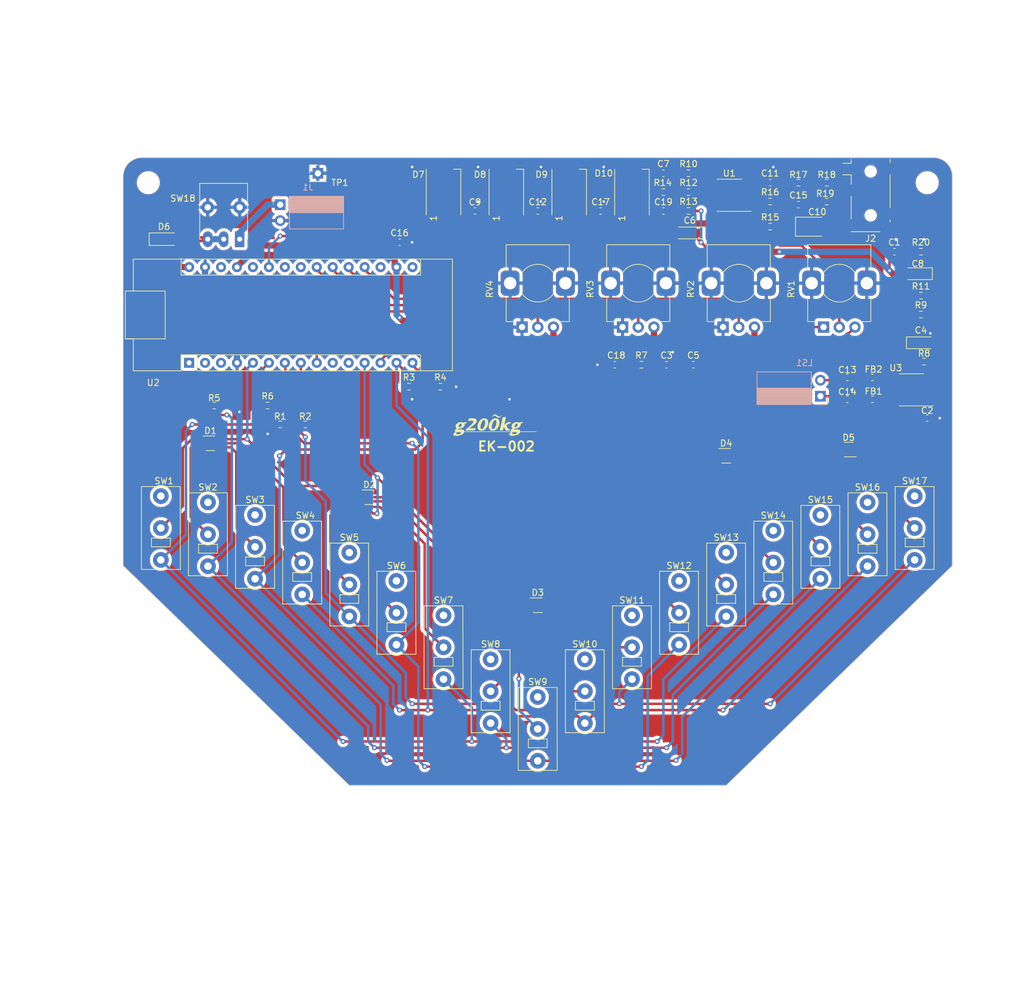
<source format=kicad_pcb>
(kicad_pcb (version 20221018) (generator pcbnew)
  (layers (0 "F.Cu" signal) (31 "B.Cu" signal) (34 "B.Paste" user) (35 "F.Paste" user) (36 "B.SilkS" user "B.Silkscreen") (37 "F.SilkS" user "F.Silkscreen") (38 "B.Mask" user) (39 "F.Mask" user) (44 "Edge.Cuts" user))
  (net 0 "")
  (net 1 "+5V")
  (net 2 "GND")
  (net 3 "/ADC1IN2")
  (net 4 "Net-(U1A--)")
  (net 5 "/DAC1OUT")
  (net 6 "/ADC1IN4")
  (net 7 "Net-(U1A-+)")
  (net 8 "Net-(D1A-K)")
  (net 9 "Net-(D1B-K)")
  (net 10 "/KO0")
  (net 11 "Net-(D1C-K)")
  (net 12 "Net-(D1D-K)")
  (net 13 "/ADC1IN1")
  (net 14 "/NEOPIX")
  (net 15 "Net-(D2A-K)")
  (net 16 "Net-(D2B-K)")
  (net 17 "/KO1")
  (net 18 "Net-(D2C-K)")
  (net 19 "Net-(D2D-K)")
  (net 20 "Net-(D3A-K)")
  (net 21 "Net-(D3B-K)")
  (net 22 "Net-(D3C-K)")
  (net 23 "Net-(D3D-K)")
  (net 24 "Net-(D4A-K)")
  (net 25 "Net-(D4B-K)")
  (net 26 "/KO2")
  (net 27 "Net-(D4C-K)")
  (net 28 "Net-(D4D-K)")
  (net 29 "Net-(D5A-K)")
  (net 31 "Net-(J2-PadT)")
  (net 32 "Net-(D6-A)")
  (net 33 "Net-(J2-PadR)")
  (net 34 "/KI5")
  (net 35 "/KI4")
  (net 36 "/KI3")
  (net 37 "/KI2")
  (net 38 "/KI1")
  (net 39 "/KI0")
  (net 40 "Net-(D7-DOUT)")
  (net 41 "Net-(D8-DOUT)")
  (net 42 "Net-(R12-Pad1)")
  (net 43 "+3.3V")
  (net 44 "Net-(D10-DIN)")
  (net 45 "Net-(U3-OUT-)")
  (net 46 "Net-(U3-OUT+)")
  (net 48 "Net-(J1-Pin_1)")
  (net 49 "Net-(U3-~{SD})")
  (net 50 "Net-(U3-IN+)")
  (net 51 "Net-(U3-IN-)")
  (net 52 "Net-(U1B--)")
  (net 53 "Net-(U1B-+)")
  (net 67 "Net-(D5C-A)")
  (net 70 "Net-(C3-Pad2)")
  (net 71 "Net-(C4-Pad1)")
  (net 72 "Net-(C5-Pad2)")
  (net 73 "Net-(C6-Pad1)")
  (net 74 "Net-(C8-Pad2)")
  (net 75 "Net-(C10-Pad2)")
  (net 76 "Net-(C13-Pad1)")
  (net 77 "Net-(C14-Pad2)")
  (net 78 "Net-(C15-Pad1)")
  (net 79 "/VIN")
  (net 80 "Net-(C8-Pad1)")
  (footprint "Resistor_SMD:R_0603_1608Metric" (layer "F.Cu") (at 176.4 58.28 180)
    (fp_text reference "R13")
    (fp_text value "4.7K")
  )
  (footprint "MyLib:Sw_Micro_Omron-D2F" (layer "F.Cu") (at 174.9 122.28 90)
    (fp_text reference "SW12")
    (fp_text value "D2FC")
  )
  (footprint "MyLib:Potentiometer_Alps_RK09K_Single_Vertical" (layer "F.Cu") (at 168.4 69.78 90)
    (fp_text reference "RV3")
    (fp_text value "RK09K1130A5R 10K")
  )
  (footprint "Resistor_SMD:R_0603_1608Metric" (layer "F.Cu") (at 100.9 89.28)
    (fp_text reference "R5")
    (fp_text value "4.7K")
  )
  (footprint "Resistor_SMD:R_0603_1608Metric" (layer "F.Cu") (at 168.9 82.78 180)
    (fp_text reference "R7")
    (fp_text value "22K")
  )
  (footprint "Resistor_SMD:R_0603_1608Metric" (layer "F.Cu") (at 213.4 64.78 180)
    (fp_text reference "R20")
    (fp_text value "47K")
  )
  (footprint "MyLib:Potentiometer_Alps_RK09K_Single_Vertical" (layer "F.Cu") (at 152.4 69.78 90)
    (fp_text reference "RV4")
    (fp_text value "RK09K1130A5R 10K")
  )
  (footprint "Capacitor_SMD:C_0603_1608Metric" (layer "F.Cu") (at 189.4 53.78 180)
    (fp_text reference "C11")
    (fp_text value "2200pF")
  )
  (footprint "MyLib:Sw_Micro_Omron-D2F" (layer "F.Cu") (at 114.9 114.28 90)
    (fp_text reference "SW4")
    (fp_text value "D2FC")
  )
  (footprint "Resistor_SMD:R_0603_1608Metric" (layer "F.Cu") (at 176.4 52.28)
    (fp_text reference "R10")
    (fp_text value "33K")
  )
  (footprint "Resistor_SMD:R_0603_1608Metric" (layer "F.Cu") (at 172.4 55.28)
    (fp_text reference "R14")
    (fp_text value "4.7K")
  )
  (footprint "MyLib:Hole_PTH_3.2mm" (layer "F.Cu") (at 90.4 53.78)
    (fp_text reference " " hide)
    (fp_text value " ")
  )
  (footprint "Capacitor_SMD:C_0603_1608Metric" (layer "F.Cu") (at 130.4 63.28)
    (fp_text reference "C16")
    (fp_text value "0.1uF")
  )
  (footprint "MyLib:Sw_Micro_Omron-D2F" (layer "F.Cu") (at 189.9 114.28 90)
    (fp_text reference "SW14")
    (fp_text value "D2FC")
  )
  (footprint "MyLib:Hole_PTH_3.2mm" (layer "F.Cu") (at 214.4 53.78)
    (fp_text reference " " hide)
    (fp_text value " ")
  )
  (footprint "Resistor_SMD:R_0603_1608Metric" (layer "F.Cu") (at 198.4 53.78 180)
    (fp_text reference "R18")
    (fp_text value "220R")
  )
  (footprint "LED_SMD:LED_WS2812B_PLCC4_5.0x5.0mm_P3.2mm" (layer "F.Cu") (at 167.4 55.28 90)
    (fp_text reference "D10")
    (fp_text value "WS2812B")
  )
  (footprint "MyLib:g200kgLogo" (layer "F.Cu") (at 145.4 92.28)
    (fp_text reference "G***" hide)
    (fp_text value "LOGO" hide)
  )
  (footprint "Capacitor_SMD:C_0603_1608Metric" (layer "F.Cu") (at 201.6875 88.28 180)
    (fp_text reference "C14")
    (fp_text value "220pF")
  )
  (footprint "MyLib:Potentiometer_Alps_RK09K_Single_Vertical" (layer "F.Cu") (at 200.4 69.78 90)
    (fp_text reference "RV1")
    (fp_text value "RK09K1130A5R 10K")
  )
  (footprint "Capacitor_SMD:C_0603_1608Metric" (layer "F.Cu") (at 209.175 64.78)
    (fp_text reference "C1")
    (fp_text value "0.1uF")
  )
  (footprint "Capacitor_SMD:C_0603_1608Metric" (layer "F.Cu") (at 172.4 58.28)
    (fp_text reference "C19")
    (fp_text value "0.1uF")
  )
  (footprint "LED_SMD:LED_WS2812B_PLCC4_5.0x5.0mm_P3.2mm" (layer "F.Cu") (at 137.4 55.28 90)
    (fp_text reference "D7")
    (fp_text value "WS2812B")
  )
  (footprint "Resistor_SMD:R_0603_1608Metric" (layer "F.Cu") (at 136.9 86.28)
    (fp_text reference "R4")
    (fp_text value "4.7K")
  )
  (footprint "Diode_SMD:D_SOD-123" (layer "F.Cu") (at 92.9 62.78)
    (fp_text reference "D6")
    (fp_text value "B5819W SL")
  )
  (footprint "Resistor_SMD:R_0603_1608Metric" (layer "F.Cu") (at 213.4 71.78)
    (fp_text reference "R11")
    (fp_text value "33K")
  )
  (footprint "Resistor_SMD:R_0603_1608Metric" (layer "F.Cu") (at 131.9 86.28)
    (fp_text reference "R3")
    (fp_text value "4.7K")
  )
  (footprint "Package_TO_SOT_SMD:SOT-363_SC-70-6" (layer "F.Cu") (at 152.4 121.08)
    (fp_text reference "D3")
    (fp_text value "BAT54ADW")
  )
  (footprint "Resistor_SMD:R_0603_1608Metric" (layer "F.Cu") (at 115.4 92.28)
    (fp_text reference "R2")
    (fp_text value "4.7K")
  )
  (footprint "Package_TO_SOT_SMD:SOT-363_SC-70-6" (layer "F.Cu") (at 182.4 97.28)
    (fp_text reference "D4")
    (fp_text value "BAT54ADW")
  )
  (footprint "Package_TO_SOT_SMD:SOT-363_SC-70-6" (layer "F.Cu") (at 201.9 96.28 180)
    (fp_text reference "D5")
    (fp_text value "BAT54ADW")
  )
  (footprint "Resistor_SMD:R_0603_1608Metric" (layer "F.Cu") (at 189.4 60.78 180)
    (fp_text reference "R15")
    (fp_text value "6.8K")
  )
  (footprint "MyLib:Sw_Micro_Omron-D2F" (layer "F.Cu") (at 92.4 108.78 90)
    (fp_text reference "SW1")
    (fp_text value "D2FC")
  )
  (footprint "MyLib:Sw_Micro_Omron-D2F" (layer "F.Cu") (at 122.4 117.78 90)
    (fp_text reference "SW5")
    (fp_text value "D2FC")
  )
  (footprint "LED_SMD:LED_WS2812B_PLCC4_5.0x5.0mm_P3.2mm" (layer "F.Cu") (at 147.4 55.28 90)
    (fp_text reference "D8")
    (fp_text value "WS2812B")
  )
  (footprint "Package_SO:SOIC-8_3.9x4.9mm_P1.27mm" (layer "F.Cu") (at 182.9 55.78 180)
    (fp_text reference "U1")
    (fp_text value "AD8532ARZ")
  )
  (footprint "Capacitor_SMD:C_0603_1608Metric" (layer "F.Cu") (at 214.4 91.28)
    (fp_text reference "C2")
    (fp_text value "0.1uF")
  )
  (footprint "MyLib:Sw_Micro_Omron-D2F" (layer "F.Cu") (at 152.4 140.78 90)
    (fp_text reference "SW9")
    (fp_text value "D2FC")
  )
  (footprint "MyLib:Sw_Micro_Omron-D2F" (layer "F.Cu") (at 197.4 111.78 90)
    (fp_text reference "SW15")
    (fp_text value "D2FC")
  )
  (footprint "MyLib:Sw_Micro_Omron-D2F" (layer "F.Cu") (at 182.4 117.78 90)
    (fp_text reference "SW13")
    (fp_text value "D2FC")
  )
  (footprint "Resistor_SMD:R_0603_1608Metric" (layer "F.Cu") (at 213.9 82.28)
    (fp_text reference "R8")
    (fp_text value "10K")
  )
  (footprint "Resistor_SMD:R_0603_1608Metric" (layer "F.Cu") (at 109.4 89.28)
    (fp_text reference "R6")
    (fp_text value "4.7K")
  )
  (footprint "Arduino:Nucleo_32" (layer "F.Cu") (at 88.01 74.845 90)
    (fp_text reference "U2")
    (fp_text value "Nucleo_STM32F303K8")
  )
  (footprint "MyLib:Sw_Micro_Omron-D2F" (layer "F.Cu") (at 137.4 127.78 90)
    (fp_text reference "SW7")
    (fp_text value "D2FC")
  )
  (footprint "MyLib:Sw_Rocker_4MS1R202M6QES" (layer "F.Cu") (at 102.4 62.78 180)
    (fp_text reference "SW18")
    (fp_text value "4MS1R202M6QES")
  )
  (footprint "Inductor_SMD:L_0603_1608Metric" (layer "F.Cu") (at 205.6875 84.78 180)
    (fp_text reference "FB2")
    (fp_text value "GZ1608D601TF")
  )
  (footprint "Package_TO_SOT_SMD:SOT-363_SC-70-6" (layer "F.Cu") (at 100.3 95.28)
    (fp_text reference "D1")
    (fp_text value "BAT54ADW")
  )
  (footprint "Package_TO_SOT_SMD:SOT-363_SC-70-6" (layer "F.Cu") (at 125.6 103.88)
    (fp_text reference "D2")
    (fp_text value "BAT54ADW")
  )
  (footprint "Inductor_SMD:L_0603_1608Metric" (layer "F.Cu") (at 205.6875 88.28 180)
    (fp_text reference "FB1")
    (fp_text value "GZ1608D601TF")
  )
  (footprint "Connector_PinHeader_2.54mm:PinHeader_1x01_P2.54mm_Vertical" (layer "F.Cu") (at 117.4 52.28)
    (fp_text reference "TP1")
    (fp_text value "TestPoint")
  )
  (footprint "Resistor_SMD:R_0603_1608Metric" (layer "F.Cu") (at 193.9 53.78)
    (fp_text reference "R17")
    (fp_text value "47K")
  )
  (footprint "Capacitor_SMD:C_0603_1608Metric" (layer "F.Cu") (at 172.4 52.28 180)
    (fp_text reference "C7")
    (fp_text value "0.1uF")
  )
  (footprint "MyLib:SOP-8_3.9x4.9mm_P1.27mm" (layer "F.Cu") (at 211.9 86.78 180)
    (fp_text reference "U3")
    (fp_text value "PAM8302AAD")
  )
  (footprint "Resistor_SMD:R_0603_1608Metric" (layer "F.Cu") (at 198.4 56.78 180)
    (fp_text reference "R19")
    (fp_text value "220R")
  )
  (footprint "Capacitor_SMD:C_0603_1608Metric" (layer "F.Cu") (at 177.175 82.78)
    (fp_text reference "C5")
    (fp_text value "0.1uF")
  )
  (footprint "Capacitor_Tantalum_SMD:CP_EIA-3216-18_Kemet-A" (layer "F.Cu") (at 176.4 61.78 180)
    (fp_text reference "C6")
    (fp_text value "10uF")
  )
  (footprint "Capacitor_SMD:C_0603_1608Metric" (layer "F.Cu") (at 142.4 58.28)
    (fp_text reference "C9")
    (fp_text value "0.1uF")
  )
  (footprint "MyLib:Sw_Micro_Omron-D2F" (layer "F.Cu") (at 159.9 134.78 90)
    (fp_text reference "SW10")
    (fp_text value "D2FC")
  )
  (footprint "Capacitor_Tantalum_SMD:CP_EIA-3216-18_Kemet-A" (layer "F.Cu") (at 213.4 79.28)
    (fp_text reference "C4")
    (fp_text value "10uF")
  )
  (footprint "MyLib:Sw_Micro_Omron-D2F" (layer "F.Cu") (at 144.9 134.78 90)
    (fp_text reference "SW8")
    (fp_text value "D2FC")
  )
  (footprint "Resistor_SMD:R_0603_1608Metric" (layer "F.Cu") (at 176.4 55.28 180)
    (fp_text reference "R12")
    (fp_text value "12K")
  )
  (footprint "MyLib:Sw_Micro_Omron-D2F" (layer "F.Cu") (at 212.4 108.78 90)
    (fp_text reference "SW17")
    (fp_text value "D2FC")
  )
  (footprint "Capacitor_SMD:C_0603_1608Metric" (layer "F.Cu") (at 172.9 82.78 180)
    (fp_text reference "C3")
    (fp_text value "2200pF")
  )
  (footprint "Capacitor_Tantalum_SMD:CP_EIA-3528-21_Kemet-B" (layer "F.Cu") (at 195.9 60.78)
    (fp_text reference "C10")
    (fp_text value "47uF")
  )
  (footprint "MyLib:Jack_3.5mm_XKB_PJ342B-TX" (layer "F.Cu") (at 205.4 49.58)
    (fp_text reference "J2")
    (fp_text value "XKB_PJ-342B")
  )
  (footprint "MyLib:Sw_Micro_Omron-D2F" (layer "F.Cu") (at 99.9 109.78 90)
    (fp_text reference "SW2")
    (fp_text value "D2FC")
  )
  (footprint "Resistor_SMD:R_0603_1608Metric" (layer "F.Cu") (at 213.4 74.78 180)
    (fp_text reference "R9")
    (fp_text value "10K")
  )
  (footprint "MyLib:Sw_Micro_Omron-D2F" (layer "F.Cu") (at 167.4 127.78 90)
    (fp_text reference "SW11")
    (fp_text value "D2FC")
  )
  (footprint "MyLib:Potentiometer_Alps_RK09K_Single_Vertical" (layer "F.Cu") (at 184.4 69.78 90)
    (fp_text reference "RV2")
    (fp_text value "RK09K1130A5R 10K")
  )
  (footprint "MyLib:Sw_Micro_Omron-D2F" (layer "F.Cu") (at 107.4 111.78 90)
    (fp_text reference "SW3")
    (fp_text value "D2FC")
  )
  (footprint "Capacitor_Tantalum_SMD:CP_EIA-3216-18_Kemet-A" (layer "F.Cu") (at 212.9 68.28 180)
    (fp_text reference "C8")
    (fp_text value "10uF")
  )
  (footprint "Capacitor_SMD:C_0603_1608Metric" (layer "F.Cu") (at 162.4 58.28)
    (fp_text reference "C17")
    (fp_text value "0.1uF")
  )
  (footprint "Resistor_SMD:R_0603_1608Metric" (layer "F.Cu") (at 189.4 56.78)
    (fp_text reference "R16")
    (fp_text value "4.7K")
  )
  (footprint "Capacitor_SMD:C_0603_1608Metric" (layer "F.Cu") (at 164.675 82.78 180)
    (fp_text reference "C18")
    (fp_text value "0.1uF")
  )
  (footprint "Capacitor_SMD:C_0603_1608Metric" (layer "F.Cu") (at 193.9 57.28 180)
    (fp_text reference "C15")
    (fp_text value "0.01uF")
  )
  (footprint "LED_SMD:LED_WS2812B_PLCC4_5.0x5.0mm_P3.2mm" (layer "F.Cu") (at 157.4 55.28 90)
    (fp_text reference "D9")
    (fp_text value "WS2812B")
  )
  (footprint "Resistor_SMD:R_0603_1608Metric" (layer "F.Cu") (at 111.4 92.28 180)
    (fp_text reference "R1")
    (fp_text value "4.7K")
  )
  (footprint "Capacitor_SMD:C_0603_1608Metric" (layer "F.Cu") (at 152.4 58.28)
    (fp_text reference "C12")
    (fp_text value "0.1uF")
  )
  (footprint "Capacitor_SMD:C_0603_1608Metric" (layer "F.Cu") (at 201.6875 84.78)
    (fp_text reference "C13")
    (fp_text value "220pF")
  )
  (footprint "MyLib:Sw_Micro_Omron-D2F" (layer "F.Cu") (at 129.9 122.28 90)
    (fp_text reference "SW6")
    (fp_text value "D2FC")
  )
  (footprint "MyLib:Sw_Micro_Omron-D2F" (layer "F.Cu") (at 204.9 109.78 90)
    (fp_text reference "SW16")
    (fp_text value "D2FC")
  )
  (footprint "Connector_PinSocket_2.54mm:PinSocket_1x02_P2.54mm_Horizontal" (layer "B.Cu") (at 197.4 87.78)
    (fp_text reference "LS1")
    (fp_text value "DXYD40-22P-4A" hide)
  )
  (footprint "Connector_PinSocket_2.54mm:PinSocket_1x02_P2.54mm_Horizontal" (layer "B.Cu") (at 111.4 57.28 180)
    (fp_text reference "J1")
    (fp_text value "BATT")
  )
  (gr_line (start 86.4 114.78) (end 86.4 52.78) (stroke (width 0.1)) (layer "Edge.Cuts"))
  (gr_arc (start 86.4 52.78) (mid 87.27868 50.65868) (end 89.4 49.78) (stroke (width 0.1)) (layer "Edge.Cuts"))
  (gr_line (start 182.4 149.78) (end 218.4 114.78) (stroke (width 0.1)) (layer "Edge.Cuts"))
  (gr_line (start 182.4 149.78) (end 122.4 149.78) (stroke (width 0.1)) (layer "Edge.Cuts"))
  (gr_arc (start 215.4 49.78) (mid 217.52132 50.65868) (end 218.4 52.78) (stroke (width 0.1)) (layer "Edge.Cuts"))
  (gr_line (start 86.4 114.78) (end 122.4 149.78) (stroke (width 0.1)) (layer "Edge.Cuts"))
  (gr_line (start 218.4 52.78) (end 218.4 114.78) (stroke (width 0.1)) (layer "Edge.Cuts"))
  (gr_line (start 89.4 49.78) (end 215.4 49.78) (stroke (width 0.1)) (layer "Edge.Cuts"))
  (gr_text locked "EK-002" (at 147.4 95.78) (layer "F.SilkS") (effects (font (size 1.5 1.5) (thickness 0.3))))
  (segment (start 151.9 60.28) (end 152.4 60.28) (width 1) (layer "F.Cu") (net 1))
  (segment (start 161.625 58.28) (end 161.625 60.005) (width 1) (layer "F.Cu") (net 1))
  (segment (start 209.4 81.28) (end 210.9 82.78) (width 1) (layer "F.Cu") (net 1))
  (segment (start 180.125 57.985) (end 180.425 57.685) (width 1) (layer "F.Cu") (net 1))
  (segment (start 104.52 67.16) (end 104.52 67.225) (width 1) (layer "F.Cu") (net 1))
  (segment (start 180.125 60.28) (end 180.125 63.005) (width 1) (layer "F.Cu") (net 1))
  (segment (start 209.275 86.145) (end 210.535 86.145) (width 0.4) (layer "F.Cu") (net 1))
  (segment (start 213.625 91.28) (end 213.625 91.005) (width 0.4) (layer "F.Cu") (net 1))
  (segment (start 212.575 71.78) (end 209.4 71.78) (width 0.4) (layer "F.Cu") (net 1))
  (segment (start 135.75 59.63) (end 135.75 57.73) (width 1) (layer "F.Cu") (net 1))
  (segment (start 141.35 60.28) (end 136.4 60.28) (width 1) (layer "F.Cu") (net 1))
  (segment (start 155.9 60.28) (end 155.75 60.13) (width 1) (layer "F.Cu") (net 1))
  (segment (start 128.45 57.73) (end 122.4 63.78) (width 1) (layer "F.Cu") (net 1))
  (segment (start 171.625 59.555) (end 172.35 60.28) (width 1) (layer "F.Cu") (net 1))
  (segment (start 209.4 81.28) (end 209.4 71.78) (width 1) (layer "F.Cu") (net 1))
  (segment (start 141.625 58.28) (end 141.625 60.005) (width 1) (layer "F.Cu") (net 1))
  (segment (start 145.9 60.28) (end 151.35 60.28) (width 1) (layer "F.Cu") (net 1))
  (segment (start 171.625 59.555) (end 170.9 60.28) (width 1) (layer "F.Cu") (net 1))
  (segment (start 161.9 60.28) (end 165.9 60.28) (width 1) (layer "F.Cu") (net 1))
  (segment (start 171.625 58.28) (end 171.625 59.555) (width 1) (layer "F.Cu") (net 1))
  (segment (start 165.75 60.13) (end 165.75 57.73) (width 1) (layer "F.Cu") (net 1))
  (segment (start 210.9 86.51) (end 210.535 86.145) (width 0.4) (layer "F.Cu") (net 1))
  (segment (start 210.9 88.28) (end 210.9 86.51) (width 0.4) (layer "F.Cu") (net 1))
  (segment (start 141.625 60.005) (end 141.35 60.28) (width 1) (layer "F.Cu") (net 1))
  (segment (start 209.4 68.78) (end 209.4 71.78) (width 1) (layer "F.Cu") (net 1))
  (segment (start 135.75 57.73) (end 128.45 57.73) (width 1) (layer "F.Cu") (net 1))
  (segment (start 145.75 60.13) (end 145.75 57.73) (width 1) (layer "F.Cu") (net 1))
  (segment (start 151.625 60.005) (end 151.9 60.28) (width 1) (layer "F.Cu") (net 1))
  (segment (start 107.9 63.78) (end 104.52 67.16) (width 1) (layer "F.Cu") (net 1))
  (segment (start 155.75 60.13) (end 155.75 57.73) (width 1) (layer "F.Cu") (net 1))
  (segment (start 161.625 60.005) (end 161.9 60.28) (width 1) (layer "F.Cu") (net 1))
  (segment (start 141.9 60.28) (end 145.9 60.28) (width 1) (layer "F.Cu") (net 1))
  (segment (start 213.625 91.005) (end 210.9 88.28) (width 0.4) (layer "F.Cu") (net 1))
  (segment (start 151.625 58.28) (end 151.625 60.005) (width 1) (layer "F.Cu") (net 1))
  (segment (start 152.4 60.28) (end 155.9 60.28) (width 1) (layer "F.Cu") (net 1))
  (segment (start 209.4 68.78) (end 208.4 67.78) (width 1) (layer "F.Cu") (net 1))
  (segment (start 210.9 85.78) (end 210.9 82.78) (width 0.4) (layer "F.Cu") (net 1))
  (segment (start 190.9 64.78) (end 181.9 64.78) (width 1) (layer "F.Cu") (net 1))
  (segment (start 165.9 60.28) (end 170.9 60.28) (width 1) (layer "F.Cu") (net 1))
  (segment (start 165.9 60.28) (end 165.75 60.13) (width 1) (layer "F.Cu") (net 1))
  (segment (start 175.9 60.28) (end 180.125 60.28) (width 1) (layer "F.Cu") (net 1))
  (segment (start 181.9 64.78) (end 180.125 63.005) (width 1) (layer "F.Cu") (net 1))
  (segment (start 180.125 60.28) (end 180.125 57.985) (width 1) (layer "F.Cu") (net 1))
  (segment (start 175.575 59.955) (end 175.9 60.28) (width 0.4) (layer "F.Cu") (net 1))
  (segment (start 141.625 60.005) (end 141.9 60.28) (width 1) (layer "F.Cu") (net 1))
  (segment (start 208.4 64.78) (end 208.4 67.78) (width 0.4) (layer "F.Cu") (net 1))
  (segment (start 145.9 60.28) (end 145.75 60.13) (width 1) (layer "F.Cu") (net 1))
  (segment (start 210.535 86.145) (end 210.9 85.78) (width 0.4) (layer "F.Cu") (net 1))
  (segment (start 175.575 58.28) (end 175.575 59.955) (width 0.4) (layer "F.Cu") (net 1))
  (segment (start 122.4 63.78) (end 107.9 63.78) (width 1) (layer "F.Cu") (net 1))
  (segment (start 136.4 60.28) (end 135.75 59.63) (width 1) (layer "F.Cu") (net 1))
  (segment (start 151.35 60.28) (end 151.625 60.005) (width 1) (layer "F.Cu") (net 1))
  (segment (start 172.35 60.28) (end 175.9 60.28) (width 1) (layer "F.Cu") (net 1))
  (segment (start 155.9 60.28) (end 161.9 60.28) (width 1) (layer "F.Cu") (net 1))
  (via (at 190.9 64.78) (size 0.8) (drill 0.4) (layers "F.Cu" "B.Cu") (net 1))
  (via (at 208.4 67.78) (size 0.8) (drill 0.4) (layers "F.Cu" "B.Cu") (net 1))
  (segment (start 205.4 64.78) (end 190.9 64.78) (width 1) (layer "B.Cu") (net 1))
  (segment (start 205.4 64.78) (end 208.4 67.78) (width 1) (layer "B.Cu") (net 1))
  (segment (start 191.9 51.28) (end 189.9 51.28) (width 0.4) (layer "F.Cu") (net 2))
  (segment (start 202.4 86.78) (end 202.4625 86.78) (width 0.4) (layer "F.Cu") (net 2))
  (segment (start 125.9 88.28) (end 125.9 93.78) (width 0.4) (layer "F.Cu") (net 2))
  (segment (start 175.05 66.83) (end 178 69.78) (width 0.4) (layer "F.Cu") (net 2))
  (segment (start 142.9 51.28) (end 148.9 51.28) (width 0.4) (layer "F.Cu") (net 2))
  (segment (start 185.9 51.28) (end 185.375 51.805) (width 0.4) (layer "F.Cu") (net 2))
  (segment (start 139.05 52.83) (end 139.05 51.63) (width 0.4) (layer "F.Cu") (net 2))
  (segment (start 169.2 51.28) (end 169.05 51.43) (width 0.4) (layer "F.Cu") (net 2))
  (segment (start 173.175 56.88) (end 171.575 55.28) (width 0.4) (layer "F.Cu") (net 2))
  (segment (start 214.75 77.93) (end 214.9 77.78) (width 0.4) (layer "F.Cu") (net 2))
  (segment (start 184.85 51.28) (end 171.85 51.28) (width 0.4) (layer "F.Cu") (net 2))
  (segment (start 171.575 54.455) (end 170.675 54.455) (width 0.4) (layer "F.Cu") (net 2))
  (segment (start 191.9 53.78) (end 193.075 53.78) (width 0.4) (layer "F.Cu") (net 2))
  (segment (start 125.9 88.28) (end 132.4 88.28) (width 0.4) (layer "F.Cu") (net 2))
  (segment (start 190.175 53.78) (end 191.9 53.78) (width 0.4) (layer "F.Cu") (net 2))
  (segment (start 159.05 51.43) (end 159.05 52.83) (width 0.4) (layer "F.Cu") (net 2))
  (segment (start 173.175 58.28) (end 173.175 56.88) (width 0.4) (layer "F.Cu") (net 2))
  (segment (start 132.725 87.955) (end 132.4 88.28) (width 0.4) (layer "F.Cu") (net 2))
  (segment (start 152.9 51.28) (end 158.9 51.28) (width 0.4) (layer "F.Cu") (net 2))
  (segment (start 173.675 82.78) (end 173.675 81.005) (width 0.4) (layer "F.Cu") (net 2))
  (segment (start 207.4 86.78) (end 202.4 86.78) (width 0.4) (layer "F.Cu") (net 2))
  (segment (start 169.25 53.28) (end 169.25 53.455) (width 0.4) (layer "F.Cu") (net 2))
  (segment (start 158.9 51.28) (end 162.9 51.28) (width 0.4) (layer "F.Cu") (net 2))
  (segment (start 139.05 51.63) (end 139.4 51.28) (width 0.4) (layer "F.Cu") (net 2))
  (segment (start 139.4 51.28) (end 142.9 51.28) (width 0.4) (layer "F.Cu") (net 2))
  (segment (start 109.4 92.28) (end 109.4 93.78) (width 0.4) (layer "F.Cu") (net 2))
  (segment (start 113.86 59.82) (end 113.86 52.32) (width 0.4) (layer "F.Cu") (net 2))
  (segment (start 214.225 63.105) (end 213.9 62.78) (width 0.4) (layer "F.Cu") (net 2))
  (segment (start 191.9 53.78) (end 191.9 51.28) (width 0.4) (layer "F.Cu") (net 2))
  (segment (start 214.75 79.28) (end 214.75 77.93) (width 0.4) (layer "F.Cu") (net 2))
  (segment (start 185.375 51.805) (end 185.375 53.875) (width 0.4) (layer "F.Cu") (net 2))
  (segment (start 169.05 51.43) (end 169.05 52.83) (width 0.4) (layer "F.Cu") (net 2))
  (segment (start 132.4 63.28) (end 131.175 63.28) (width 0.4) (layer "F.Cu") (net 2))
  (segment (start 201.9 51.58) (end 201.6 51.28) (width 0.4) (layer "F.Cu") (net 2))
  (segment (start 116.225 93.105) (end 116.225 92.28) (width 0.4) (layer "F.Cu") (net 2))
  (segment (start 175.05 61.78) (end 175.05 66.83) (width 0.4) (layer "F.Cu") (net 2))
  (segment (start 148.9 51.28) (end 149.05 51.43) (width 0.4) (layer "F.Cu") (net 2))
  (segment (start 162.9 51.28) (end 168.9 51.28) (width 0.4) (layer "F.Cu") (net 2))
  (segment (start 209.95 63.33) (end 209.4 62.78) (width 0.4) (layer "F.Cu") (net 2))
  (segment (start 173.675 81.005) (end 173.9 80.78) (width 0.4) (layer "F.Cu") (net 2))
  (segment (start 153.175 57.055) (end 152.9 56.78) (width 0.4) (layer "F.Cu") (net 2))
  (segment (start 122.4 51.28) (end 132.4 51.28) (width 0.4) (layer "F.Cu") (net 2))
  (segment (start 185.375 51.805) (end 184.85 51.28) (width 0.4) (layer "F.Cu") (net 2))
  (segment (start 209.95 64.78) (end 209.95 63.33) (width 0.4) (layer "F.Cu") (net 2))
  (segment (start 169.2 51.28) (end 171.4 51.28) (width 0.4) (layer "F.Cu") (net 2))
  (segment (start 185.4 53.85) (end 185.375 53.875) (width 0.4) (layer "F.Cu") (net 2))
  (segment (start 139.05 51.63) (end 138.7 51.28) (width 0.4) (layer "F.Cu") (net 2))
  (segment (start 104.52 89.28) (end 104.52 82.465) (width 0.4) (layer "F.Cu") (net 2))
  (segment (start 148.9 51.28) (end 152.9 51.28) (width 0.4) (layer "F.Cu") (net 2))
  (segment (start 143.175 58.28) (end 143.175 57.055) (width 0.4) (layer "F.Cu") (net 2))
  (segment (start 209.275 87.415) (end 208.035 87.415) (width 0.4) (layer "F.Cu") (net 2))
  (segment (start 202.4625 88.28) (end 202.4625 86.78) (width 0.4) (layer "F.Cu") (net 2))
  (segment (start 113.86 52.32) (end 113.9 52.28) (width 0.4) (layer "F.Cu") (net 2))
  (segment (start 122.4 52.28) (end 122.4 51.28) (width 0.4) (layer "F.Cu") (net 2))
  (segment (start 171.625 51.505) (end 171.4 51.28) (width 0.4) (layer "F.Cu") (net 2))
  (segment (start 138.7 51.28) (end 132.4 51.28) (width 0.4) (layer "F.Cu") (net 2))
  (segment (start 110.225 90.105) (end 110.575 90.455) (width 0.4) (layer "F.Cu") (net 2))
  (segment (start 171.625 52.28) (end 171.625 51.505) (width 0.4) (layer "F.Cu") (net 2))
  (segment (start 171.575 55.28) (end 171.575 54.455) (width 0.4) (layer "F.Cu") (net 2))
  (segment (start 137.725 86.28) (end 139.4 86.28) (width 0.4) (layer "F.Cu") (net 2))
  (segment (start 215.175 91.28) (end 216.4 91.28) (width 0.4) (layer "F.Cu") (net 2))
  (segment (start 101.725 89.28) (end 104.52 89.28) (width 0.4) (layer "F.Cu") (net 2))
  (segment (start 163.175 58.28) (end 163.175 57.055) (width 0.4) (layer "F.Cu") (net 2))
  (segment (start 214.225 64.78) (end 214.225 63.105) (width 0.4) (layer "F.Cu") (net 2))
  (segment (start 163.175 57.055) (end 162.9 56.78) (width 0.4) (layer "F.Cu") (net 2))
  (segment (start 170.675 54.455) (end 169.05 52.83) (width 0.4) (layer "F.Cu") (net 2))
  (segment (start 110.575 90.455) (end 110.575 92.28) (width 0.4) (layer "F.Cu") (net 2))
  (segment (start 104.9 90.28) (end 104.52 89.9) (width 0.4) (layer "F.Cu") (net 2))
  (segment (start 202.4625 86.78) (end 202.4625 84.78) (width 0.4) (layer "F.Cu") (net 2))
  (segment (start 149.05 51.43) (end 149.05 52.83) (width 0.4) (layer "F.Cu") (net 2))
  (segment (start 113.9 52.28) (end 117.4 52.28) (width 0.4) (layer "F.Cu") (net 2))
  (segment (start 168.9 51.28) (end 169.05 51.43) (width 0.4) (layer "F.Cu") (net 2))
  (segment (start 117.4 52.28) (end 122.4 52.28) (width 0.4) (layer "F.Cu") (net 2))
  (segment (start 163.9 82.78) (end 161.9 82.78) (width 0.4) (layer "F.Cu") (net 2))
  (segment (start 201.6 51.28) (end 191.9 51.28) (width 0.4) (layer "F.Cu") (net 2))
  (segment (start 111.4 59.82) (end 113.86 59.82) (width 0.4) (layer "F.Cu") (net 2))
  (segment (start 189.9 51.28) (end 185.9 51.28) (width 0.4) (layer "F.Cu") (net 2))
  (segment (start 201.625 51.555) (end 201.9 51.28) (width 0.4) (layer "F.Cu") (net 2))
  (segment (start 110.225 89.28) (end 110.225 90.105) (width 0.4) (layer "F.Cu") (net 2))
  (segment (start 132.725 86.28) (end 132.725 87.955) (width 0.4) (layer "F.Cu") (net 2))
  (segment (start 208.035 87.415) (end 207.4 86.78) (width 0.4) (layer "F.Cu") (net 2))
  (segment (start 143.175 57.055) (end 142.9 56.78) (width 0.4) (layer "F.Cu") (net 2))
  (segment (start 116.9 93.78) (end 116.225 93.105) (width 0.4) (layer "F.Cu") (net 2))
  (segment (start 158.9 51.28) (end 159.05 51.43) (width 0.4) (layer "F.Cu") (net 2))
  (segment (start 109.4 92.28) (end 110.575 92.28) (width 0.4) (layer "F.Cu") (net 2))
  (segment (start 125.9 93.78) (end 116.9 93.78) (width 0.4) (layer "F.Cu") (net 2))
  (segment (start 153.175 58.28) (end 153.175 57.055) (width 0.4) (layer "F.Cu") (net 2))
  (segment (start 171.85 51.28) (end 171.625 51.505) (width 0.4) (layer "F.Cu") (net 2))
  (segment (start 104.52 89.9) (end 104.52 89.28) (width 0.4) (layer "F.Cu") (net 2))
  (via (at 132.4 63.28) (size 0.8) (drill 0.4) (layers "F.Cu" "B.Cu") (net 2))
  (via (at 214.9 77.78) (size 0.8) (drill 0.4) (layers "F.Cu" "B.Cu") (net 2))
  (via (at 152.9 51.28) (size 0.8) (drill 0.4) (layers "F.Cu" "B.Cu") (net 2))
  (via (at 202.4 86.78) (size 0.8) (drill 0.4) (layers "F.Cu" "B.Cu") (net 2))
  (via (at 132.4 51.28) (size 0.8) (drill 0.4) (layers "F.Cu" "B.Cu") (net 2))
  (via (at 152.9 56.78) (size 0.8) (drill 0.4) (layers "F.Cu" "B.Cu") (net 2))
  (via (at 104.9 90.28) (size 0.8) (drill 0.4) (layers "F.Cu" "B.Cu") (net 2))
  (via (at 162.9 56.78) (size 0.8) (drill 0.4) (layers "F.Cu" "B.Cu") (net 2))
  (via (at 142.9 51.28) (size 0.8) (drill 0.4) (layers "F.Cu" "B.Cu") (net 2))
  (via (at 189.9 51.28) (size 0.8) (drill 0.4) (layers "F.Cu" "B.Cu") (net 2))
  (via (at 173.9 80.78) (size 0.8) (drill 0.4) (layers "F.Cu" "B.Cu") (net 2))
  (via (at 142.9 56.78) (size 0.8) (drill 0.4) (layers "F.Cu" "B.Cu") (net 2))
  (via (at 147.9 88.28) (size 0.8) (drill 0.4) (layers "F.Cu" "B.Cu") (net 2))
  (via (at 161.9 82.78) (size 0.8) (drill 0.4) (layers "F.Cu" "B.Cu") (net 2))
  (via (at 216.4 91.28) (size 0.8) (drill 0.4) (layers "F.Cu" "B.Cu") (net 2))
  (via (at 132.4 88.28) (size 0.8) (drill 0.4) (layers "F.Cu" "B.Cu") (net 2))
  (via (at 213.9 62.78) (size 0.8) (drill 0.4) (layers "F.Cu" "B.Cu") (net 2))
  (via (at 109.4 93.78) (size 0.8) (drill 0.4) (layers "F.Cu" "B.Cu") (net 2))
  (via (at 209.4 62.78) (size 0.8) (drill 0.4) (layers "F.Cu" "B.Cu") (net 2))
  (via (at 162.9 51.28) (size 0.8) (drill 0.4) (layers "F.Cu" "B.Cu") (net 2))
  (via (at 139.4 86.28) (size 0.8) (drill 0.4) (layers "F.Cu" "B.Cu") (net 2))
  (segment (start 188.8 69.78) (end 196 69.78) (width 0.4) (layer "B.Cu") (net 2))
  (segment (start 162.9 56.78) (end 162.9 51.28) (width 0.4) (layer "B.Cu") (net 2))
  (segment (start 216.4 91.28) (end 202.4 91.28) (width 0.4) (layer "B.Cu") (net 2))
  (segment (start 147.9 88.28) (end 147.9 76.78) (width 0.4) (layer "B.Cu") (net 2))
  (segment (start 104.94 57.7) (end 99.86 57.7) (width 0.4) (layer "B.Cu") (net 2))
  (segment (start 178 69.78) (end 186.8 69.78) (width 0.4) (layer "B.Cu") (net 2))
  (segment (start 147.9 76.78) (end 145.9 76.78) (width 0.4) (layer "B.Cu") (net 2))
  (segment (start 117.36 52.32) (end 117.4 52.28) (width 0.4) (layer "B.Cu") (net 2))
  (segment (start 177.9 76.78) (end 177.9 69.88) (width 0.4) (layer "B.Cu") (net 2))
  (segment (start 104.9 90.28) (end 104.9 96.78) (width 0.4) (layer "B.Cu") (net 2))
  (segment (start 109.4 96.78) (end 109.4 93.78) (width 0.4) (layer "B.Cu") (net 2))
  (segment (start 204.8 69.78) (end 196 69.78) (width 0.4) (layer "B.Cu") (net 2))
  (segment (start 146 63.38) (end 145.9 63.38) (width 0.4) (layer "B.Cu") (net 2))
  (segment (start 173.9 76.78) (end 177.9 76.78) (width 0.4) (layer "B.Cu") (net 2))
  (segment (start 173.9 80.78) (end 173.9 76.78) (width 0.4) (layer "B.Cu") (net 2))
  (segment (start 165.9 76.78) (end 161.9 76.78) (width 0.4) (layer "B.Cu") (net 2))
  (segment (start 132.4 88.28) (end 139.4 88.28) (width 0.4) (layer "B.Cu") (net 2))
  (segment (start 104.94 57.7) (end 104.94 52.32) (width 0.4) (layer "B.Cu") (net 2))
  (segment (start 132.5 63.38) (end 132.4 63.28) (width 0.4) (layer "B.Cu") (net 2))
  (segment (start 104.9 96.78) (end 109.4 96.78) (width 0.4) (layer "B.Cu") (net 2))
  (segment (start 156.8 69.78) (end 162 69.78) (width 0.4) (layer "B.Cu") (net 2))
  (segment (start 132.4 51.28) (end 132.4 63.28) (width 0.4) (layer "B.Cu") (net 2))
  (segment (start 152.9 56.78) (end 152.9 51.28) (width 0.4) (layer "B.Cu") (net 2))
  (segment (start 177.9 69.88) (end 178 69.78) (width 0.4) (layer "B.Cu") (net 2))
  (segment (start 214.9 77.78) (end 214.9 71.28) (width 0.4) (layer "B.Cu") (net 2))
  (segment (start 148 69.78) (end 156.8 69.78) (width 0.4) (layer "B.Cu") (net 2))
  (segment (start 161.9 69.88) (end 162 69.78) (width 0.4) (layer "B.Cu") (net 2))
  (segment (start 188.8 52.38) (end 189.9 51.28) (width 0.4) (layer "B.Cu") (net 2))
  (segment (start 209.4 62.78) (end 209.4 69.78) (width 0.4) (layer "B.Cu") (net 2))
  (segment (start 188.8 69.78) (end 188.8 52.38) (width 0.4) (layer "B.Cu") (net 2))
  (segment (start 209.4 69.78) (end 209.4 71.28) (width 0.4) (layer "B.Cu") (net 2))
  (segment (start 216.4 91.28) (end 216.4 77.78) (width 0.4) (layer "B.Cu") (net 2))
  (segment (start 216.4 77.78) (end 214.9 77.78) (width 0.4) (layer "B.Cu") (net 2))
  (segment (start 161.9 76.78) (end 161.9 69.88) (width 0.4) (layer "B.Cu") (net 2))
  (segment (start 99.44 72.32) (end 104.52 77.4) (width 1) (layer "B.Cu") (net 2))
  (segment (start 142.9 56.78) (end 142.9 51.28) (width 0.4) (layer "B.Cu") (net 2))
  (segment (start 99.44 67.225) (end 99.44 72.32) (width 1) (layer "B.Cu") (net 2))
  (segment (start 209.4 69.78) (end 204.8 69.78) (width 0.4) (layer "B.Cu") (net 2))
  (segment (start 148 69.78) (end 145.9 69.78) (width 0.4) (layer "B.Cu") (net 2))
  (segment (start 139.4 88.28) (end 147.9 88.28) (width 0.4) (layer "B.Cu") (net 2))
  (segment (start 104.52 77.4) (end 104.52 82.465) (width 1) (layer "B.Cu") (net 2))
  (segment (start 162 69.78) (end 170.8 69.78) (width 0.4) (layer "B.Cu") (net 2))
  (segment (start 145.9 63.38) (end 132.5 63.38) (width 0.4) (layer "B.Cu") (net 2))
  (segment (start 202.4 91.28) (end 202.4 86.78) (width 0.4) (layer "B.Cu") (net 2))
  (segment (start 145.9 76.78) (end 145.9 69.78) (width 0.4) (layer "B.Cu") (net 2))
  (segment (start 179.9 76.78) (end 177.9 76.78) (width 0.4) (layer "B.Cu") (net 2))
  (segment (start 161.9 82.78) (end 161.9 76.78) (width 0.4) (layer "B.Cu") (net 2))
  (segment (start 139.4 86.28) (end 139.4 88.28) (width 0.4) (layer "B.Cu") (net 2))
  (segment (start 213.9 62.78) (end 209.4 62.78) (width 0.4) (layer "B.Cu") (net 2))
  (segment (start 104.94 52.32) (end 117.36 52.32) (width 0.4) (layer "B.Cu") (net 2))
  (segment (start 214.9 71.28) (end 209.4 71.28) (width 0.4) (layer "B.Cu") (net 2))
  (segment (start 170.8 69.78) (end 178 69.78) (width 0.4) (layer "B.Cu") (net 2))
  (segment (start 145.9 69.78) (end 145.9 63.38) (width 0.4) (layer "B.Cu") (net 2))
  (segment (start 149.9 76.78) (end 147.9 76.78) (width 0.4) (layer "B.Cu") (net 2))
  (segment (start 122.3 67.6) (end 122.3 67.225) (width 0.4) (layer "F.Cu") (net 3))
  (segment (start 168.4 75.28) (end 168.4 76.78) (width 0.4) (layer "F.Cu") (net 3))
  (segment (start 127.98 73.28) (end 122.3 67.6) (width 0.4) (layer "F.Cu") (net 3))
  (segment (start 166.4 73.28) (end 168.4 75.28) (width 0.4) (layer "F.Cu") (net 3))
  (segment (start 127.98 73.28) (end 166.4 73.28) (width 0.4) (layer "F.Cu") (net 3))
  (segment (start 187.035 56.415) (end 187.035 57.645) (width 0.4) (layer "F.Cu") (net 4))
  (segment (start 187.035 57.645) (end 185.415 57.645) (width 0.4) (layer "F.Cu") (net 4))
  (segment (start 185.375 56.415) (end 187.035 56.415) (width 0.4) (layer "F.Cu") (net 4))
  (segment (start 193.125 57.28) (end 193.125 59.5425) (width 0.4) (layer "F.Cu") (net 4))
  (segment (start 190.4 58.28) (end 187.67 58.28) (width 0.4) (layer "F.Cu") (net 4))
  (segment (start 187.67 58.28) (end 187.035 57.645) (width 0.4) (layer "F.Cu") (net 4))
  (segment (start 191.4 57.28) (end 190.4 58.28) (width 0.4) (layer "F.Cu") (net 4))
  (segment (start 193.125 59.5425) (end 194.3625 60.78) (width 0.4) (layer "F.Cu") (net 4))
  (segment (start 185.415 57.645) (end 185.375 57.685) (width 0.4) (layer "F.Cu") (net 4))
  (segment (start 191.4 57.28) (end 193.125 57.28) (width 0.4) (layer "F.Cu") (net 4))
  (segment (start 126.9 77.28) (end 137.9 77.28) (width 0.4) (layer "F.Cu") (net 5))
  (segment (start 166.075 84.78) (end 168.075 82.78) (width 0.4) (layer "F.Cu") (net 5))
  (segment (start 145.4 84.78) (end 166.075 84.78) (width 0.4) (layer "F.Cu") (net 5))
  (segment (start 137.9 77.28) (end 145.4 84.78) (width 0.4) (layer "F.Cu") (net 5))
  (segment (start 117.22 67.6) (end 126.9 77.28) (width 0.4) (layer "F.Cu") (net 5))
  (segment (start 117.22 67.225) (end 117.22 67.6) (width 0.4) (layer "F.Cu") (net 5))
  (segment (start 126.44 74.28) (end 151.4 74.28) (width 0.4) (layer "F.Cu") (net 6))
  (segment (start 152.4 75.28) (end 152.4 76.78) (width 0.4) (layer "F.Cu") (net 6))
  (segment (start 119.76 67.6) (end 119.76 67.225) (width 0.4) (layer "F.Cu") (net 6))
  (segment (start 126.44 74.28) (end 119.76 67.6) (width 0.4) (layer "F.Cu") (net 6))
  (segment (start 151.4 74.28) (end 152.4 75.28) (width 0.4) (layer "F.Cu") (net 6))
  (segment (start 187.4 53.78) (end 188.625 53.78) (width 0.4) (layer "F.Cu") (net 7))
  (segment (start 188.575 53.83) (end 188.625 53.78) (width 0.4) (layer "F.Cu") (net 7))
  (segment (start 185.375 55.145) (end 186.035 55.145) (width 0.4) (layer "F.Cu") (net 7))
  (segment (start 186.035 55.145) (end 187.4 53.78) (width 0.4) (layer "F.Cu") (net 7))
  (segment (start 188.575 56.78) (end 188.575 53.83) (width 0.4) (layer "F.Cu") (net 7))
  (segment (start 95.9 105.28) (end 95.9 96.03) (width 0.4) (layer "F.Cu") (net 8))
  (segment (start 92.4 108.78) (end 95.9 105.28) (width 0.4) (layer "F.Cu") (net 8))
  (segment (start 97.3 94.63) (end 99.35 94.63) (width 0.4) (layer "F.Cu") (net 8))
  (segment (start 97.3 94.63) (end 95.9 96.03) (width 0.4) (layer "F.Cu") (net 8))
  (segment (start 97.15 107.03) (end 99.9 109.78) (width 0.4) (layer "F.Cu") (net 9))
  (segment (start 97.9 95.28) (end 99.35 95.28) (width 0.4) (layer "F.Cu") (net 9))
  (segment (start 97.15 96.03) (end 97.15 107.03) (width 0.4) (layer "F.Cu") (net 9))
  (segment (start 97.15 96.03) (end 97.9 95.28) (width 0.4) (layer "F.Cu") (net 9))
  (segment (start 101.25 94.63) (end 106.15 94.63) (width 0.4) (layer "F.Cu") (net 10))
  (segment (start 100.35 94.73) (end 100.45 94.63) (width 0.4) (layer "F.Cu") (net 10))
  (segment (start 99.35 95.93) (end 100.35 95.93) (width 0.4) (layer "F.Cu") (net 10))
  (segment (start 113.6 102.08) (end 106.15 94.63) (width 0.4) (layer "F.Cu") (net 10))
  (segment (start 100.35 95.93) (end 100.35 94.73) (width 0.4) (layer "F.Cu") (net 10))
  (segment (start 126.55 103.23) (end 126.55 102.83) (width 0.4) (layer "F.Cu") (net 10))
  (segment (start 100.45 94.63) (end 101.25 94.63) (width 0.4) (layer "F.Cu") (net 10))
  (segment (start 126.55 102.83) (end 125.8 102.08) (width 0.4) (layer "F.Cu") (net 10))
  (segment (start 125.8 102.08) (end 113.6 102.08) (width 0.4) (layer "F.Cu") (net 10))
  (via (at 106.15 94.63) (size 0.8) (drill 0.4) (layers "F.Cu" "B.Cu") (net 10))
  (segment (start 106.15 83.375) (end 106.15 94.63) (width 0.4) (layer "B.Cu") (net 10))
  (segment (start 107.06 82.465) (end 106.15 83.375) (width 0.4) (layer "B.Cu") (net 10))
  (segment (start 104.4 96.78) (end 104.4 108.78) (width 0.4) (layer "F.Cu") (net 11))
  (segment (start 104.4 108.78) (end 107.4 111.78) (width 0.4) (layer "F.Cu") (net 11))
  (segment (start 101.25 95.93) (end 103.55 95.93) (width 0.4) (layer "F.Cu") (net 11))
  (segment (start 103.55 95.93) (end 104.4 96.78) (width 0.4) (layer "F.Cu") (net 11))
  (segment (start 101.25 95.28) (end 104.9 95.28) (width 0.4) (layer "F.Cu") (net 12))
  (segment (start 111.9 111.28) (end 111.9 102.28) (width 0.4) (layer "F.Cu") (net 12))
  (segment (start 104.9 95.28) (end 111.9 102.28) (width 0.4) (layer "F.Cu") (net 12))
  (segment (start 114.9 114.28) (end 111.9 111.28) (width 0.4) (layer "F.Cu") (net 12))
  (segment (start 184.4 76.78) (end 184.4 75.28) (width 0.4) (layer "F.Cu") (net 13))
  (segment (start 129.52 72.28) (end 124.84 67.6) (width 0.4) (layer "F.Cu") (net 13))
  (segment (start 124.84 67.6) (end 124.84 67.225) (width 0.4) (layer "F.Cu") (net 13))
  (segment (start 181.4 72.28) (end 129.52 72.28) (width 0.4) (layer "F.Cu") (net 13))
  (segment (start 184.4 75.28) (end 181.4 72.28) (width 0.4) (layer "F.Cu") (net 13))
  (segment (start 111.4 62.28) (end 121.4 62.28) (width 0.4) (layer "F.Cu") (net 14))
  (segment (start 130.85 52.83) (end 121.4 62.28) (width 0.4) (layer "F.Cu") (net 14))
  (segment (start 135.75 52.83) (end 130.85 52.83) (width 0.4) (layer "F.Cu") (net 14))
  (via (at 111.4 62.28) (size 0.8) (drill 0.4) (layers "F.Cu" "B.Cu") (net 14))
  (segment (start 109.6 64.08) (end 111.4 62.28) (width 0.4) (layer "B.Cu") (net 14))
  (segment (start 109.6 67.225) (end 109.6 64.08) (width 0.4) (layer "B.Cu") (net 14))
  (segment (start 119.4 114.78) (end 119.4 106.78) (width 0.4) (layer "F.Cu") (net 15))
  (segment (start 119.4 106.78) (end 122.95 103.23) (width 0.4) (layer "F.Cu") (net 15))
  (segment (start 122.95 103.23) (end 124.65 103.23) (width 0.4) (layer "F.Cu") (net 15))
  (segment (start 122.4 117.78) (end 119.4 114.78) (width 0.4) (layer "F.Cu") (net 15))
  (segment (start 123.4 104.28) (end 123.8 103.88) (width 0.4) (layer "F.Cu") (net 16))
  (segment (start 123.8 103.88) (end 124.65 103.88) (width 0.4) (layer "F.Cu") (net 16))
  (segment (start 123.4 105.28) (end 126.9 108.78) (width 0.4) (layer "F.Cu") (net 16))
  (segment (start 123.4 105.28) (end 123.4 104.28) (width 0.4) (layer "F.Cu") (net 16))
  (segment (start 126.9 108.78) (end 126.9 119.28) (width 0.4) (layer "F.Cu") (net 16))
  (segment (start 126.9 119.28) (end 129.9 122.28) (width 0.4) (layer "F.Cu") (net 16))
  (segment (start 152.35 121.73) (end 152.35 120.53) (width 0.4) (layer "F.Cu") (net 17))
  (segment (start 152.35 120.53) (end 152.45 120.43) (width 0.4) (layer "F.Cu") (net 17))
  (segment (start 124.65 104.53) (end 124.65 104.93) (width 0.4) (layer "F.Cu") (net 17))
  (segment (start 124.65 104.93) (end 126.2 106.48) (width 0.4) (layer "F.Cu") (net 17))
  (segment (start 152.45 120.43) (end 153.35 120.43) (width 0.4) (layer "F.Cu") (net 17))
  (segment (start 145.6 119.48) (end 152 119.48) (width 0.4) (layer "F.Cu") (net 17))
  (segment (start 126.9 100.78) (end 145.6 119.48) (width 0.4) (layer "F.Cu") (net 17))
  (segment (start 126.2 106.48) (end 126.8 106.48) (width 0.4) (layer "F.Cu") (net 17))
  (segment (start 152 119.48) (end 152.35 119.83) (width 0.4) (layer "F.Cu") (net 17))
  (segment (start 151.45 121.73) (end 152.35 121.73) (width 0.4) (layer "F.Cu") (net 17))
  (segment (start 152.35 119.83) (end 152.35 120.53) (width 0.4) (layer "F.Cu") (net 17))
  (via (at 126.9 100.78) (size 0.8) (drill 0.4) (layers "F.Cu" "B.Cu") (net 17))
  (via (at 126.8 106.48) (size 0.8) (drill 0.4) (layers "F.Cu" "B.Cu") (net 17))
  (segment (start 126.9 106.38) (end 126.8 106.48) (width 0.4) (layer "B.Cu") (net 17))
  (segment (start 126.9 100.78) (end 126.9 106.38) (width 0.4) (layer "B.Cu") (net 17))
  (segment (start 126.9 100.78) (end 124.84 98.72) (width 0.4) (layer "B.Cu") (net 17))
  (segment (start 124.84 82.465) (end 124.84 98.72) (width 0.4) (layer "B.Cu") (net 17))
  (segment (start 127.65 104.53) (end 126.55 104.53) (width 0.4) (layer "F.Cu") (net 18))
  (segment (start 137.4 127.78) (end 134.4 124.78) (width 0.4) (layer "F.Cu") (net 18))
  (segment (start 134.4 124.78) (end 134.4 111.28) (width 0.4) (layer "F.Cu") (net 18))
  (segment (start 127.65 104.53) (end 134.4 111.28) (width 0.4) (layer "F.Cu") (net 18))
  (segment (start 147.9 123.18) (end 128.6 103.88) (width 0.4) (layer "F.Cu") (net 19))
  (segment (start 128.6 103.88) (end 126.55 103.88) (width 0.4) (layer "F.Cu") (net 19))
  (segment (start 147.9 131.78) (end 147.9 123.18) (width 0.4) (layer "F.Cu") (net 19))
  (segment (start 144.9 134.78) (end 147.9 131.78) (width 0.4) (layer "F.Cu") (net 19))
  (segment (start 150.45 120.43) (end 151.45 120.43) (width 0.4) (layer "F.Cu") (net 20))
  (segment (start 149.4 121.48) (end 149.4 132.78) (width 0.4) (layer "F.Cu") (net 20))
  (segment (start 150.45 120.43) (end 149.4 121.48) (width 0.4) (layer "F.Cu") (net 20))
  (via (at 149.4 132.78) (size 0.8) (drill 0.4) (layers "F.Cu" "B.Cu") (net 20))
  (segment (start 152.4 140.78) (end 149.4 137.78) (width 0.4) (layer "B.Cu") (net 20))
  (segment (start 149.4 137.78) (end 149.4 132.78) (width 0.4) (layer "B.Cu") (net 20))
  (segment (start 150.4 121.68) (end 151 121.08) (width 0.4) (layer "F.Cu") (net 21))
  (segment (start 151 121.08) (end 151.45 121.08) (width 0.4) (layer "F.Cu") (net 21))
  (segment (start 155.9 134.78) (end 150.4 129.28) (width 0.4) (layer "F.Cu") (net 21))
  (segment (start 159.9 134.78) (end 155.9 134.78) (width 0.4) (layer "F.Cu") (net 21))
  (segment (start 150.4 129.28) (end 150.4 121.68) (width 0.4) (layer "F.Cu") (net 21))
  (segment (start 164.95 127.78) (end 158.9 121.73) (width 0.4) (layer "F.Cu") (net 22))
  (segment (start 153.35 121.73) (end 158.9 121.73) (width 0.4) (layer "F.Cu") (net 22))
  (segment (start 167.4 127.78) (end 164.95 127.78) (width 0.4) (layer "F.Cu") (net 22))
  (segment (start 174.9 122.28) (end 172.3 119.68) (width 0.4) (layer "F.Cu") (net 23))
  (segment (start 160.2 119.68) (end 158.8 121.08) (width 0.4) (layer "F.Cu") (net 23))
  (segment (start 158.8 121.08) (end 153.35 121.08) (width 0.4) (layer "F.Cu") (net 23))
  (segment (start 172.3 119.68) (end 160.2 119.68) (width 0.4) (layer "F.Cu") (net 23))
  (segment (start 180.05 96.63) (end 178.4 98.28) (width 0.4) (layer "F.Cu") (net 24))
  (segment (start 178.4 98.28) (end 178.4 113.78) (width 0.4) (layer "F.Cu") (net 24))
  (segment (start 178.4 113.78) (end 182.4 117.78) (width 0.4) (layer "F.Cu") (net 24))
  (segment (start 181.45 96.63) (end 180.05 96.63) (width 0.4) (layer "F.Cu") (net 24))
  (segment (start 185.775 110.155) (end 185.775 103.905) (width 0.4) (layer "F.Cu") (net 25))
  (segment (start 181.45 97.28) (end 180.6 97.28) (width 0.4) (layer "F.Cu") (net 25))
  (segment (start 180.6 97.28) (end 180.4 97.48) (width 0.4) (layer "F.Cu") (net 25))
  (segment (start 185.775 103.905) (end 180.4 98.53) (width 0.4) (layer "F.Cu") (net 25))
  (segment (start 189.9 114.28) (end 185.775 110.155) (width 0.4) (layer "F.Cu") (net 25))
  (segment (start 180.4 97.48) (end 180.4 98.53) (width 0.4) (layer "F.Cu") (net 25))
  (segment (start 181.45 97.93) (end 182.35 97.93) (width 0.4) (layer "F.Cu") (net 26))
  (segment (start 182.45 95.78) (end 182.45 96.63) (width 0.4) (layer "F.Cu") (net 26))
  (segment (start 182.35 97.93) (end 182.45 97.83) (width 0.4) (layer "F.Cu") (net 26))
  (segment (start 182.45 97.83) (end 182.45 96.63) (width 0.4) (layer "F.Cu") (net 26))
  (segment (start 144.4 85.805) (end 172.475 85.805) (width 0.4) (layer "F.Cu") (net 26))
  (segment (start 198.55 96.93) (end 198.25 96.63) (width 0.4) (layer "F.Cu") (net 26))
  (segment (start 127.005 82.465) (end 131.19 78.28) (width 0.4) (layer "F.Cu") (net 26))
  (segment (start 131.19 78.28) (end 136.875 78.28) (width 0.4) (layer "F.Cu") (net 26))
  (segment (start 200.95 96.93) (end 198.55 96.93) (width 0.4) (layer "F.Cu") (net 26))
  (segment (start 172.475 85.805) (end 182.45 95.78) (width 0.4) (layer "F.Cu") (net 26))
  (segment (start 182.45 96.63) (end 183.35 96.63) (width 0.4) (layer "F.Cu") (net 26))
  (segment (start 136.875 78.28) (end 144.4 85.805) (width 0.4) (layer "F.Cu") (net 26))
  (segment (start 183.35 96.63) (end 198.25 96.63) (width 0.4) (layer "F.Cu") (net 26))
  (segment (start 197.4 111.78) (end 193.19 107.57) (width 0.4) (layer "F.Cu") (net 27))
  (segment (start 193.19 102.49) (end 188.63 97.93) (width 0.4) (layer "F.Cu") (net 27))
  (segment (start 193.19 107.57) (end 193.19 102.49) (width 0.4) (layer "F.Cu") (net 27))
  (segment (start 188.63 97.93) (end 183.35 97.93) (width 0.4) (layer "F.Cu") (net 27))
  (segment (start 200.94 105.82) (end 200.94 100.74) (width 0.4) (layer "F.Cu") (net 28))
  (segment (start 197.48 97.28) (end 183.35 97.28) (width 0.4) (layer "F.Cu") (net 28))
  (segment (start 204.9 109.78) (end 200.94 105.82) (width 0.4) (layer "F.Cu") (net 28))
  (segment (start 200.94 100.74) (end 197.48 97.28) (width 0.4) (layer "F.Cu") (net 28))
  (segment (start 212.4 108.78) (end 208.44 104.82) (width 0.4) (layer "F.Cu") (net 29))
  (segment (start 208.44 104.82) (end 208.44 99.74) (width 0.4) (layer "F.Cu") (net 29))
  (segment (start 208.44 99.74) (end 205.63 96.93) (width 0.4) (layer "F.Cu") (net 29))
  (segment (start 205.63 96.93) (end 202.85 96.93) (width 0.4) (layer "F.Cu") (net 29))
  (segment (start 206.9 56.78) (end 208.9 58.78) (width 0.4) (layer "F.Cu") (net 31))
  (segment (start 199.225 56.78) (end 206.9 56.78) (width 0.4) (layer "F.Cu") (net 31))
  (segment (start 99.86 62.78) (end 94.55 62.78) (width 1) (layer "F.Cu") (net 32))
  (segment (start 102.4 62.78) (end 99.86 62.78) (width 1) (layer "B.Cu") (net 32))
  (segment (start 200.425 54.98) (end 201.9 54.98) (width 0.4) (layer "F.Cu") (net 33))
  (segment (start 199.225 53.78) (end 200.425 54.98) (width 0.4) (layer "F.Cu") (net 33))
  (segment (start 149.4 146.78) (end 150.4 147.78) (width 0.4) (layer "F.Cu") (net 34))
  (segment (start 112.225 92.28) (end 115.225 95.28) (width 0.4) (layer "F.Cu") (net 34))
  (segment (start 134.4 146.78) (end 149.4 146.78) (width 0.4) (layer "F.Cu") (net 34))
  (segment (start 115.225 95.28) (end 132.4 95.28) (width 0.4) (layer "F.Cu") (net 34))
  (segment (start 150.4 147.78) (end 154.9 147.78) (width 0.4) (layer "F.Cu") (net 34))
  (segment (start 112.225 82.55) (end 112.14 82.465) (width 0.4) (layer "F.Cu") (net 34))
  (segment (start 112.225 92.28) (end 112.225 82.55) (width 0.4) (layer "F.Cu") (net 34))
  (segment (start 154.9 147.78) (end 155.9 146.78) (width 0.4) (layer "F.Cu") (net 34))
  (segment (start 155.9 146.78) (end 168.9 146.78) (width 0.4) (layer "F.Cu") (net 34))
  (via (at 134.4 146.78) (size 0.8) (drill 0.4) (layers "F.Cu" "B.Cu") (net 34))
  (via (at 168.9 146.78) (size 0.8) (drill 0.4) (layers "F.Cu" "B.Cu") (net 34))
  (via (at 132.4 95.28) (size 0.8) (drill 0.4) (layers "F.Cu" "B.Cu") (net 34))
  (segment (start 169.9 132.36) (end 169.9 145.78) (width 0.4) (layer "B.Cu") (net 34))
  (segment (start 133.4 96.28) (end 133.4 123.86) (width 0.4) (layer "B.Cu") (net 34))
  (segment (start 132.4 95.28) (end 133.4 96.28) (width 0.4) (layer "B.Cu") (net 34))
  (segment (start 174.9 127.36) (end 169.9 132.36) (width 0.4) (layer "B.Cu") (net 34))
  (segment (start 133.4 130.86) (end 129.9 127.36) (width 0.4) (layer "B.Cu") (net 34))
  (segment (start 133.4 145.78) (end 133.4 130.86) (width 0.4) (layer "B.Cu") (net 34))
  (segment (start 168.9 146.78) (end 169.9 145.78) (width 0.4) (layer "B.Cu") (net 34))
  (segment (start 133.4 123.86) (end 129.9 127.36) (width 0.4) (layer "B.Cu") (net 34))
  (segment (start 133.4 145.78) (end 134.4 146.78) (width 0.4) (layer "B.Cu") (net 34))
  (segment (start 157.4 137.78) (end 158.4 136.78) (width 0.4) (layer "F.Cu") (net 35))
  (segment (start 147.9 136.78) (end 148.9 137.78) (width 0.4) (layer "F.Cu") (net 35))
  (segment (start 158.4 136.78) (end 163.4 136.78) (width 0.4) (layer "F.Cu") (net 35))
  (segment (start 163.4 136.78) (end 165.4 136.78) (width 0.4) (layer "F.Cu") (net 35))
  (segment (start 114.68 82.465) (end 114.68 92.175) (width 0.4) (layer "F.Cu") (net 35))
  (segment (start 132.4 136.78) (end 147.9 136.78) (width 0.4) (layer "F.Cu") (net 35))
  (segment (start 114.68 92.175) (end 114.575 92.28) (width 0.4) (layer "F.Cu") (net 35))
  (segment (start 189.4 136.78) (end 165.4 136.78) (width 0.4) (layer "F.Cu") (net 35))
  (segment (start 114.575 92.28) (end 114.575 93.455) (width 0.4) (layer "F.Cu") (net 35))
  (segment (start 114.575 93.455) (end 115.4 94.28) (width 0.4) (layer "F.Cu") (net 35))
  (segment (start 148.9 137.78) (end 157.4 137.78) (width 0.4) (layer "F.Cu") (net 35))
  (via (at 165.4 136.78) (size 0.8) (drill 0.4) (layers "F.Cu" "B.Cu") (net 35))
  (via (at 132.4 136.78) (size 0.8) (drill 0.4) (layers "F.Cu" "B.Cu") (net 35))
  (via (at 189.4 136.78) (size 0.8) (drill 0.4) (layers "F.Cu" "B.Cu") (net 35))
  (via (at 115.4 94.28) (size 0.8) (drill 0.4) (layers "F.Cu" "B.Cu") (net 35))
  (segment (start 122.4 122.86) (end 131.4 131.86) (width 0.4) (layer "B.Cu") (net 35))
  (segment (start 167.4 132.86) (end 165.4 134.86) (width 0.4) (layer "B.Cu") (net 35))
  (segment (start 132.4 136.78) (end 131.4 135.78) (width 0.4) (layer "B.Cu") (net 35))
  (segment (start 115.4 94.28) (end 115.4 101.28) (width 0.4) (layer "B.Cu") (net 35))
  (segment (start 122.4 122.86) (end 118.65 119.11) (width 0.4) (layer "B.Cu") (net 35))
  (segment (start 115.4 101.28) (end 118.65 104.53) (width 0.4) (layer "B.Cu") (net 35))
  (segment (start 165.4 134.86) (end 165.4 136.78) (width 0.4) (layer "B.Cu") (net 35))
  (segment (start 131.4 131.86) (end 131.4 135.78) (width 0.4) (layer "B.Cu") (net 35))
  (segment (start 118.65 119.11) (end 118.65 104.53) (width 0.4) (layer "B.Cu") (net 35))
  (segment (start 212.32 113.86) (end 189.4 136.78) (width 0.4) (layer "B.Cu") (net 35))
  (segment (start 131.075 86.28) (end 131.075 83.62) (width 0.4) (layer "F.Cu") (net 36))
  (segment (start 147.4 137.78) (end 134.9 137.78) (width 0.4) (layer "F.Cu") (net 36))
  (segment (start 181.9 137.78) (end 161.98 137.78) (width 0.4) (layer "F.Cu") (net 36))
  (segment (start 161.98 137.78) (end 159.9 139.86) (width 0.4) (layer "F.Cu") (net 36))
  (segment (start 158.82 138.78) (end 159.9 139.86) (width 0.4) (layer "F.Cu") (net 36))
  (segment (start 134.9 137.78) (end 130.4 137.78) (width 0.4) (layer "F.Cu") (net 36))
  (segment (start 148.4 138.78) (end 147.4 137.78) (width 0.4) (layer "F.Cu") (net 36))
  (segment (start 148.4 138.78) (end 158.82 138.78) (width 0.4) (layer "F.Cu") (net 36))
  (segment (start 131.075 83.62) (end 129.92 82.465) (width 0.4) (layer "F.Cu") (net 36))
  (via (at 134.9 137.78) (size 0.8) (drill 0.4) (layers "F.Cu" "B.Cu") (net 36))
  (via (at 130.4 137.78) (size 0.8) (drill 0.4) (layers "F.Cu" "B.Cu") (net 36))
  (via (at 181.9 137.78) (size 0.8) (drill 0.4) (layers "F.Cu" "B.Cu") (net 36))
  (segment (start 129.92 89.3) (end 134.9 94.28) (width 0.4) (layer "B.Cu") (net 36))
  (segment (start 129.92 82.465) (end 129.92 89.3) (width 0.4) (layer "B.Cu") (net 36))
  (segment (start 181.98 137.78) (end 181.9 137.78) (width 0.4) (layer "B.Cu") (net 36))
  (segment (start 204.9 114.86) (end 181.98 137.78) (width 0.4) (layer "B.Cu") (net 36))
  (segment (start 114.9 119.36) (end 129.4 133.86) (width 0.4) (layer "B.Cu") (net 36))
  (segment (start 130.4 137.78) (end 129.4 136.78) (width 0.4) (layer "B.Cu") (net 36))
  (segment (start 129.4 133.86) (end 129.4 136.78) (width 0.4) (layer "B.Cu") (net 36))
  (segment (start 134.9 94.28) (end 134.9 137.78) (width 0.4) (layer "B.Cu") (net 36))
  (segment (start 152.4 145.86) (end 128.48 145.86) (width 0.4) (layer "F.Cu") (net 37))
  (segment (start 134.075 86.28) (end 134.075 95.105) (width 0.4) (layer "F.Cu") (net 37))
  (segment (start 112.3 96.28) (end 111.3 97.28) (width 0.4) (layer "F.Cu") (net 37))
  (segment (start 136.075 86.28) (end 134.075 86.28) (width 0.4) (layer "F.Cu") (net 37))
  (segment (start 134.075 95.105) (end 132.9 96.28) (width 0.4) (layer "F.Cu") (net 37))
  (segment (start 128.48 145.86) (end 128.4 145.78) (width 0.4) (layer "F.Cu") (net 37))
  (segment (start 152.4 145.86) (end 174.32 145.86) (width 0.4) (layer "F.Cu") (net 37))
  (segment (start 174.32 145.86) (end 174.4 145.78) (width 0.4) (layer "F.Cu") (net 37))
  (segment (start 134.075 84.455) (end 134.075 86.28) (width 0.4) (layer "F.Cu") (net 37))
  (segment (start 132.9 96.28) (end 112.3 96.28) (width 0.4) (layer "F.Cu") (net 37))
  (segment (start 132.085 82.465) (end 134.075 84.455) (width 0.4) (layer "F.Cu") (net 37))
  (via (at 174.4 145.78) (size 0.8) (drill 0.4) (layers "F.Cu" "B.Cu") (net 37))
  (via (at 128.4 145.78) (size 0.8) (drill 0.4) (layers "F.Cu" "B.Cu") (net 37))
  (via (at 111.3 97.28) (size 0.8) (drill 0.4) (layers "F.Cu" "B.Cu") (net 37))
  (segment (start 111.3 112.96) (end 111.3 97.28) (width 0.4) (layer "B.Cu") (net 37))
  (segment (start 174.4 145.78) (end 175.4 144.78) (width 0.4) (layer "B.Cu") (net 37))
  (segment (start 175.4 138.86) (end 175.4 144.78) (width 0.4) (layer "B.Cu") (net 37))
  (segment (start 107.4 116.86) (end 127.4 136.86) (width 0.4) (layer "B.Cu") (net 37))
  (segment (start 197.4 116.86) (end 175.4 138.86) (width 0.4) (layer "B.Cu") (net 37))
  (segment (start 128.4 145.78) (end 127.4 144.78) (width 0.4) (layer "B.Cu") (net 37))
  (segment (start 127.4 136.86) (end 127.4 144.78) (width 0.4) (layer "B.Cu") (net 37))
  (segment (start 107.4 116.86) (end 111.3 112.96) (width 0.4) (layer "B.Cu") (net 37))
  (segment (start 100.075 89.955) (end 100.9 90.78) (width 0.4) (layer "F.Cu") (net 38))
  (segment (start 100.075 89.28) (end 100.075 89.955) (width 0.4) (layer "F.Cu") (net 38))
  (segment (start 117.22 82.465) (end 117.22 81.1) (width 0.4) (layer "F.Cu") (net 38))
  (segment (start 117.22 81.1) (end 115.4 79.28) (width 0.4) (layer "F.Cu") (net 38))
  (segment (start 94.4 84.28) (end 99.4 89.28) (width 0.4) (layer "F.Cu") (net 38))
  (segment (start 100.9 90.78) (end 102.9 90.78) (width 0.4) (layer "F.Cu") (net 38))
  (segment (start 94.4 80.28) (end 94.4 84.28) (width 0.4) (layer "F.Cu") (net 38))
  (segment (start 147.4 143.78) (end 172.9 143.78) (width 0.4) (layer "F.Cu") (net 38))
  (segment (start 126.4 143.78) (end 147.4 143.78) (width 0.4) (layer "F.Cu") (net 38))
  (segment (start 95.4 79.28) (end 94.4 80.28) (width 0.4) (layer "F.Cu") (net 38))
  (segment (start 99.4 89.28) (end 100.075 89.28) (width 0.4) (layer "F.Cu") (net 38))
  (segment (start 115.4 79.28) (end 95.4 79.28) (width 0.4) (layer "F.Cu") (net 38))
  (via (at 147.4 143.78) (size 0.8) (drill 0.4) (layers "F.Cu" "B.Cu") (net 38))
  (via (at 102.9 90.78) (size 0.8) (drill 0.4) (layers "F.Cu" "B.Cu") (net 38))
  (via (at 126.4 143.78) (size 0.8) (drill 0.4) (layers "F.Cu" "B.Cu") (net 38))
  (via (at 172.9 143.78) (size 0.8) (drill 0.4) (layers "F.Cu" "B.Cu") (net 38))
  (segment (start 189.9 119.36) (end 173.9 135.36) (width 0.4) (layer "B.Cu") (net 38))
  (segment (start 172.9 143.78) (end 173.9 142.78) (width 0.4) (layer "B.Cu") (net 38))
  (segment (start 99.9 114.86) (end 125.4 140.36) (width 0.4) (layer "B.Cu") (net 38))
  (segment (start 126.4 143.78) (end 125.4 142.78) (width 0.4) (layer "B.Cu") (net 38))
  (segment (start 103.2 90.78) (end 103.7 91.28) (width 0.4) (layer "B.Cu") (net 38))
  (segment (start 147.4 143.78) (end 147.4 142.36) (width 0.4) (layer "B.Cu") (net 38))
  (segment (start 103.7 111.06) (end 103.7 91.28) (width 0.4) (layer "B.Cu") (net 38))
  (segment (start 102.9 90.78) (end 103.2 90.78) (width 0.4) (layer "B.Cu") (net 38))
  (segment (start 173.9 135.36) (end 173.9 142.78) (width 0.4) (layer "B.Cu") (net 38))
  (segment (start 125.4 140.36) (end 125.4 142.78) (width 0.4) (layer "B.Cu") (net 38))
  (segment (start 99.9 114.86) (end 103.7 111.06) (width 0.4) (layer "B.Cu") (net 38))
  (segment (start 147.4 142.36) (end 144.9 139.86) (width 0.4) (layer "B.Cu") (net 38))
  (segment (start 121.4 142.78) (end 141.9 142.78) (width 0.4) (layer "F.Cu") (net 39))
  (segment (start 107.4 91.78) (end 107.4 90.455) (width 0.4) (layer "F.Cu") (net 39))
  (segment (start 106.9 92.28) (end 107.4 91.78) (width 0.4) (layer "F.Cu") (net 39))
  (segment (start 141.9 142.78) (end 171.4 142.78) (width 0.4) (layer "F.Cu") (net 39))
  (segment (start 107.4 90.455) (end 108.575 89.28) (width 0.4) (layer "F.Cu") (net 39))
  (segment (start 97.4 92.28) (end 106.9 92.28) (width 0.4) (layer "F.Cu") (net 39))
  (segment (start 108.575 89.28) (end 108.575 83.49) (width 0.4) (layer "F.Cu") (net 39))
  (segment (start 108.575 83.49) (end 109.6 82.465) (width 0.4) (layer "F.Cu") (net 39))
  (via (at 121.4 142.78) (size 0.8) (drill 0.4) (layers "F.Cu" "B.Cu") (net 39))
  (via (at 141.9 142.78) (size 0.8) (drill 0.4) (layers "F.Cu" "B.Cu") (net 39))
  (via (at 97.4 92.28) (size 0.8) (drill 0.4) (layers "F.Cu" "B.Cu") (net 39))
  (via (at 171.4 142.78) (size 0.8) (drill 0.4) (layers "F.Cu" "B.Cu") (net 39))
  (segment (start 141.9 137.36) (end 141.9 142.78) (width 0.4) (layer "B.Cu") (net 39))
  (segment (start 96.4 93.28) (end 97.4 92.28) (width 0.4) (layer "B.Cu") (net 39))
  (segment (start 92.4 113.86) (end 121.32 142.78) (width 0.4) (layer "B.Cu") (net 39))
  (segment (start 121.32 142.78) (end 121.4 142.78) (width 0.4) (layer "B.Cu") (net 39))
  (segment (start 92.4 113.86) (end 96.4 109.86) (width 0.4) (layer "B.Cu") (net 39))
  (segment (start 172.4 132.86) (end 172.4 141.78) (width 0.4) (layer "B.Cu") (net 39))
  (segment (start 182.4 122.86) (end 172.4 132.86) (width 0.4) (layer "B.Cu") (net 39))
  (segment (start 96.4 109.86) (end 96.4 93.28) (width 0.4) (layer "B.Cu") (net 39))
  (segment (start 137.4 132.86) (end 141.9 137.36) (width 0.4) (layer "B.Cu") (net 39))
  (segment (start 171.4 142.78) (end 172.4 141.78) (width 0.4) (layer "B.Cu") (net 39))
  (segment (start 139.05 55.63) (end 141.85 52.83) (width 0.4) (layer "F.Cu") (net 40))
  (segment (start 141.85 52.83) (end 145.75 52.83) (width 0.4) (layer "F.Cu") (net 40))
  (segment (start 139.05 57.73) (end 139.05 55.63) (width 0.4) (layer "F.Cu") (net 40))
  (segment (start 151.85 52.83) (end 149.05 55.63) (width 0.4) (layer "F.Cu") (net 41))
  (segment (start 149.05 57.73) (end 149.05 55.63) (width 0.4) (layer "F.Cu") (net 41))
  (segment (start 155.75 52.83) (end 151.85 52.83) (width 0.4) (layer "F.Cu") (net 41))
  (segment (start 188.575 60.78) (end 184.075 60.78) (width 0.4) (layer "F.Cu") (net 42))
  (segment (start 182.4 57.28) (end 181.535 56.415) (width 0.4) (layer "F.Cu") (net 42))
  (segment (start 181.535 56.415) (end 180.425 56.415) (width 0.4) (layer "F.Cu") (net 42))
  (segment (start 179.035 56.415) (end 180.425 56.415) (width 0.4) (layer "F.Cu") (net 42))
  (segment (start 184.075 60.78) (end 182.4 59.105) (width 0.4) (layer "F.Cu") (net 42))
  (segment (start 182.4 59.105) (end 182.4 57.28) (width 0.4) (layer "F.Cu") (net 42))
  (segment (start 177.9 55.28) (end 179.035 56.415) (width 0.4) (layer "F.Cu") (net 42))
  (segment (start 177.225 55.28) (end 177.9 55.28) (width 0.4) (layer "F.Cu") (net 42))
  (segment (start 154.9 79.28) (end 165.4 79.28) (width 1) (layer "F.Cu") (net 43))
  (segment (start 165.45 82.78) (end 165.45 79.33) (width 0.4) (layer "F.Cu") (net 43))
  (segment (start 130.9 75.78) (end 142.9 75.78) (width 1) (layer "F.Cu") (net 43))
  (segment (start 146.4 79.28) (end 154.9 79.28) (width 1) (layer "F.Cu") (net 43))
  (segment (start 170.9 79.28) (end 186.9 79.28) (width 1) (layer "F.Cu") (net 43))
  (segment (start 130.4 75.28) (end 130.9 75.78) (width 1) (layer "F.Cu") (net 43))
  (segment (start 129.625 63.28) (end 129.625 66.93) (width 1) (layer "F.Cu") (net 43))
  (segment (start 154.9 76.78) (end 154.9 79.28) (width 1) (layer "F.Cu") (net 43))
  (segment (start 129.625 66.93) (end 129.92 67.225) (width 1) (layer "F.Cu") (net 43))
  (segment (start 186.9 79.28) (end 186.9 76.78) (width 1) (layer "F.Cu") (net 43))
  (segment (start 142.9 75.78) (end 146.4 79.28) (width 1) (layer "F.Cu") (net 43))
  (segment (start 165.45 79.33) (end 165.4 79.28) (width 0.4) (layer "F.Cu") (net 43))
  (segment (start 170.9 79.28) (end 170.9 76.78) (width 1) (layer "F.Cu") (net 43))
  (segment (start 165.4 79.28) (end 170.9 79.28) (width 1) (layer "F.Cu") (net 43))
  (via (at 130.4 75.28) (size 0.8) (drill 0.4) (layers "F.Cu" "B.Cu") (net 43))
  (segment (start 129.92 74.8) (end 130.4 75.28) (width 1) (layer "B.Cu") (net 43))
  (segment (start 129.92 67.225) (end 129.92 74.8) (width 1) (layer "B.Cu") (net 43))
  (segment (start 159.05 57.73) (end 159.05 55.63) (width 0.4) (layer "F.Cu") (net 44))
  (segment (start 165.75 52.83) (end 161.85 52.83) (width 0.4) (layer "F.Cu") (net 44))
  (segment (start 161.85 52.83) (end 159.05 55.63) (width 0.4) (layer "F.Cu") (net 44))
  (segment (start 208.305 88.685) (end 207.9 88.28) (width 0.4) (layer "F.Cu") (net 45))
  (segment (start 207.9 88.28) (end 206.475 88.28) (width 0.4) (layer "F.Cu") (net 45))
  (segment (start 209.275 88.685) (end 208.305 88.685) (width 0.4) (layer "F.Cu") (net 45))
  (segment (start 207.9 84.78) (end 206.475 84.78) (width 0.4) (layer "F.Cu") (net 46))
  (segment (start 207.995 84.875) (end 207.9 84.78) (width 0.4) (layer "F.Cu") (net 46))
  (segment (start 209.275 84.875) (end 207.995 84.875) (width 0.4) (layer "F.Cu") (net 46))
  (segment (start 109.4 57.28) (end 111.4 57.28) (width 1) (layer "B.Cu") (net 48))
  (segment (start 104.94 62.78) (end 104.94 61.74) (width 1) (layer "B.Cu") (net 48))
  (segment (start 104.94 61.74) (end 109.4 57.28) (width 1) (layer "B.Cu") (net 48))
  (segment (start 208.9 54.78) (end 215.9 61.78) (width 0.4) (layer "F.Cu") (net 49))
  (segment (start 208.9 54.78) (end 208.9 51.58) (width 0.4) (layer "F.Cu") (net 49))
  (segment (start 214.225 72.605) (end 216.4 74.78) (width 0.4) (layer "F.Cu") (net 49))
  (segment (start 215.9 70.105) (end 214.225 71.78) (width 0.4) (layer "F.Cu") (net 49))
  (segment (start 215.9 61.78) (end 215.9 70.105) (width 0.4) (layer "F.Cu") (net 49))
  (segment (start 216.4 74.78) (end 216.4 87.78) (width 0.4) (layer "F.Cu") (net 49))
  (segment (start 215.495 88.685) (end 214.525 88.685) (width 0.4) (layer "F.Cu") (net 49))
  (segment (start 216.4 87.78) (end 215.495 88.685) (width 0.4) (layer "F.Cu") (net 49))
  (segment (start 214.225 71.78) (end 214.225 72.605) (width 0.4) (layer "F.Cu") (net 49))
  (segment (start 211.9 81.78) (end 211.9 84.78) (width 0.4) (layer "F.Cu") (net 50))
  (segment (start 213.265 86.145) (end 214.525 86.145) (width 0.4) (layer "F.Cu") (net 50))
  (segment (start 210.9 76.455) (end 210.9 80.78) (width 0.4) (layer "F.Cu") (net 50))
  (segment (start 210.9 80.78) (end 211.9 81.78) (width 0.4) (layer "F.Cu") (net 50))
  (segment (start 211.9 84.78) (end 213.265 86.145) (width 0.4) (layer "F.Cu") (net 50))
  (segment (start 212.575 74.78) (end 210.9 76.455) (width 0.4) (layer "F.Cu") (net 50))
  (segment (start 214.525 83.73) (end 213.075 82.28) (width 0.4) (layer "F.Cu") (net 51))
  (segment (start 214.525 83.73) (end 214.525 84.875) (width 0.4) (layer "F.Cu") (net 51))
  (segment (start 177.225 53.105) (end 177.225 52.28) (width 0.4) (layer "F.Cu") (net 52))
  (segment (start 175.575 54.755) (end 177.225 53.105) (width 0.4) (layer "F.Cu") (net 52))
  (segment (start 175.575 55.28) (end 175.575 54.755) (width 0.4) (layer "F.Cu") (net 52))
  (segment (start 179.265 55.145) (end 177.225 53.105) (width 0.4) (layer "F.Cu") (net 52))
  (segment (start 180.425 55.145) (end 179.265 55.145) (width 0.4) (layer "F.Cu") (net 52))
  (segment (start 181.995 53.875) (end 183.4 55.28) (width 0.4) (layer "F.Cu") (net 53))
  (segment (start 200.4 76.78) (end 200.4 69.78) (width 0.4) (layer "F.Cu") (net 53))
  (segment (start 200.4 69.78) (end 194.4 63.78) (width 0.4) (layer "F.Cu") (net 53))
  (segment (start 180.425 53.875) (end 181.995 53.875) (width 0.4) (layer "F.Cu") (net 53))
  (segment (start 189.4 59.78) (end 189.4 62.28) (width 0.4) (layer "F.Cu") (net 53))
  (segment (start 188.9 59.28) (end 189.4 59.78) (width 0.4) (layer "F.Cu") (net 53))
  (segment (start 190.9 63.78) (end 194.4 63.78) (width 0.4) (layer "F.Cu") (net 53))
  (segment (start 184.4 59.28) (end 188.9 59.28) (width 0.4) (layer "F.Cu") (net 53))
  (segment (start 183.4 55.28) (end 183.4 58.28) (width 0.4) (layer "F.Cu") (net 53))
  (segment (start 189.4 62.28) (end 190.9 63.78) (width 0.4) (layer "F.Cu") (net 53))
  (segment (start 183.4 58.28) (end 184.4 59.28) (width 0.4) (layer "F.Cu") (net 53))
  (segment (start 173.625 84.28) (end 174.9 84.28) (width 0.4) (layer "F.Cu") (net 70))
  (segment (start 169.725 82.78) (end 172.125 82.78) (width 0.4) (layer "F.Cu") (net 70))
  (segment (start 172.125 82.78) (end 173.625 84.28) (width 0.4) (layer "F.Cu") (net 70))
  (segment (start 174.9 84.28) (end 176.4 82.78) (width 0.4) (layer "F.Cu") (net 70))
  (segment (start 212.05 79.605) (end 214.725 82.28) (width 0.4) (layer "F.Cu") (net 71))
  (segment (start 212.05 79.28) (end 212.05 79.605) (width 0.4) (layer "F.Cu") (net 71))
  (segment (start 196.9 82.78) (end 202.9 76.78) (width 0.4) (layer "F.Cu") (net 72))
  (segment (start 177.95 82.78) (end 196.9 82.78) (width 0.4) (layer "F.Cu") (net 72))
  (segment (start 192.9 75.28) (end 194.4 76.78) (width 0.4) (layer "F.Cu") (net 73))
  (segment (start 173.175 52.28) (end 175.575 52.28) (width 0.4) (layer "F.Cu") (net 73))
  (segment (start 194.4 76.78) (end 197.9 76.78) (width 0.4) (layer "F.Cu") (net 73))
  (segment (start 174.725 56.78) (end 173.225 55.28) (width 0.4) (layer "F.Cu") (net 73))
  (segment (start 176.9 56.78) (end 174.725 56.78) (width 0.4) (layer "F.Cu") (net 73))
  (segment (start 181.4 66.28) (end 178.4 63.28) (width 0.4) (layer "F.Cu") (net 73))
  (segment (start 181.4 66.28) (end 190.4 66.28) (width 0.4) (layer "F.Cu") (net 73))
  (segment (start 192.9 68.78) (end 192.9 75.28) (width 0.4) (layer "F.Cu") (net 73))
  (segment (start 190.4 66.28) (end 192.9 68.78) (width 0.4) (layer "F.Cu") (net 73))
  (segment (start 178.4 58.28) (end 177.225 58.28) (width 0.4) (layer "F.Cu") (net 73))
  (segment (start 177.75 62.63) (end 178.4 63.28) (width 0.4) (layer "F.Cu") (net 73))
  (segment (start 173.225 54.63) (end 175.575 52.28) (width 0.4) (layer "F.Cu") (net 73))
  (segment (start 177.75 61.78) (end 177.75 62.63) (width 0.4) (layer "F.Cu") (net 73))
  (segment (start 173.225 55.28) (end 173.225 54.63) (width 0.4) (layer "F.Cu") (net 73))
  (segment (start 177.225 57.105) (end 176.9 56.78) (width 0.4) (layer "F.Cu") (net 73))
  (segment (start 177.225 58.28) (end 177.225 57.105) (width 0.4) (layer "F.Cu") (net 73))
  (via (at 178.4 58.28) (size 0.8) (drill 0.4) (layers "F.Cu" "B.Cu") (net 73))
  (via (at 178.4 63.28) (size 0.8) (drill 0.4) (layers "F.Cu" "B.Cu") (net 73))
  (segment (start 178.4 63.28) (end 178.4 58.28) (width 0.4) (layer "B.Cu") (net 73))
  (segment (start 211.55 67.305) (end 211.55 68.28) (width 0.4) (layer "F.Cu") (net 74))
  (segment (start 208.6 60.98) (end 210.6 60.98) (width 0.4) (layer "F.Cu") (net 74))
  (segment (start 211.55 67.305) (end 212.575 66.28) (width 0.4) (layer "F.Cu") (net 74))
  (segment (start 210.6 60.98) (end 212.575 62.955) (width 0.4) (layer "F.Cu") (net 74))
  (segment (start 212.575 66.28) (end 212.575 64.78) (width 0.4) (layer "F.Cu") (net 74))
  (segment (start 212.575 62.955) (end 212.575 64.78) (width 0.4) (layer "F.Cu") (net 74))
  (segment (start 197.4375 56.9175) (end 197.575 56.78) (width 0.4) (layer "F.Cu") (net 75))
  (segment (start 197.4375 60.78) (end 197.4375 56.9175) (width 0.4) (layer "F.Cu") (net 75))
  (segment (start 197.575 56.78) (end 197.575 53.78) (width 0.4) (layer "F.Cu") (net 75))
  (segment (start 194.9 53.78) (end 197.575 53.78) (width 0.4) (layer "F.Cu") (net 75))
  (segment (start 204.9 84.78) (end 204.9 84.0675) (width 0.4) (layer "F.Cu") (net 76))
  (segment (start 200.4525 85.24) (end 200.9125 84.78) (width 0.4) (layer "F.Cu") (net 76))
  (segment (start 200.9125 84.055) (end 201.9 83.0675) (width 0.4) (layer "F.Cu") (net 76))
  (segment (start 204.9 84.0675) (end 203.9 83.0675) (width 0.4) (layer "F.Cu") (net 76))
  (segment (start 197.4 85.24) (end 200.4525 85.24) (width 0.4) (layer "F.Cu") (net 76))
  (segment (start 203.9 83.0675) (end 201.9 83.0675) (width 0.4) (layer "F.Cu") (net 76))
  (segment (start 200.9125 84.78) (end 200.9125 84.055) (width 0.4) (layer "F.Cu") (net 76))
  (segment (start 203.9 89.28) (end 204.9 88.28) (width 0.4) (layer "F.Cu") (net 77))
  (segment (start 200.9125 88.2925) (end 201.9 89.28) (width 0.4) (layer "F.Cu") (net 77))
  (segment (start 197.4 87.78) (end 200.4125 87.78) (width 0.4) (layer "F.Cu") (net 77))
  (segment (start 200.9125 88.28) (end 200.9125 88.2925) (width 0.4) (layer "F.Cu") (net 77))
  (segment (start 200.4125 87.78) (end 200.9125 88.28) (width 0.4) (layer "F.Cu") (net 77))
  (segment (start 201.9 89.28) (end 203.9 89.28) (width 0.4) (layer "F.Cu") (net 77))
  (segment (start 190.9 60.78) (end 192.9 62.78) (width 0.4) (layer "F.Cu") (net 78))
  (segment (start 190.225 56.455) (end 191.4 55.28) (width 0.4) (layer "F.Cu") (net 78))
  (segment (start 195.9 62.28) (end 195.9 58.505) (width 0.4) (layer "F.Cu") (net 78))
  (segment (start 191.4 55.28) (end 193.4 55.28) (width 0.4) (layer "F.Cu") (net 78))
  (segment (start 195.9 58.505) (end 194.675 57.28) (width 0.4) (layer "F.Cu") (net 78))
  (segment (start 195.4 62.78) (end 195.9 62.28) (width 0.4) (layer "F.Cu") (net 78))
  (segment (start 192.9 62.78) (end 195.4 62.78) (width 0.4) (layer "F.Cu") (net 78))
  (segment (start 194.65 56.53) (end 194.65 57.28) (width 0.4) (layer "F.Cu") (net 78))
  (segment (start 190.225 56.78) (end 190.225 56.455) (width 0.4) (layer "F.Cu") (net 78))
  (segment (start 193.4 55.28) (end 194.65 56.53) (width 0.4) (layer "F.Cu") (net 78))
  (segment (start 190.225 60.78) (end 190.9 60.78) (width 0.4) (layer "F.Cu") (net 78))
  (segment (start 96.9 67.225) (end 95.695 67.225) (width 1) (layer "F.Cu") (net 79))
  (segment (start 95.695 67.225) (end 91.25 62.78) (width 1) (layer "F.Cu") (net 79))
  (segment (start 213.4 70.13) (end 214.25 69.28) (width 0.4) (layer "F.Cu") (net 80))
  (segment (start 213.4 73.28) (end 213.4 70.13) (width 0.4) (layer "F.Cu") (net 80))
  (segment (start 214.225 74.78) (end 214.225 74.105) (width 0.4) (layer "F.Cu") (net 80))
  (segment (start 214.225 74.105) (end 213.4 73.28) (width 0.4) (layer "F.Cu") (net 80))
  (segment (start 214.25 69.28) (end 214.25 68.28) (width 0.4) (layer "F.Cu") (net 80))
  (zone (net 2) (net_name "GND") (layer "F.Cu") (connect_pads (clearance 0.508)) (min_thickness 0.254) (fill yes (thermal_gap 0.508) (thermal_bridge_width 0.508))
    (polygon (pts (xy 226.9 167.28) (xy 77.4 167.28) (xy 77.4 47.28) (xy 227.4 47.28)))
  )
  (zone (net 2) (net_name "GND") (layer "B.Cu") (connect_pads (clearance 0.508)) (min_thickness 0.254) (fill yes (thermal_gap 0.508) (thermal_bridge_width 0.508))
    (polygon (pts (xy 227.9 168.28) (xy 76.4 168.28) (xy 76.4 46.28) (xy 228.4 46.28)))
  )
)
</source>
